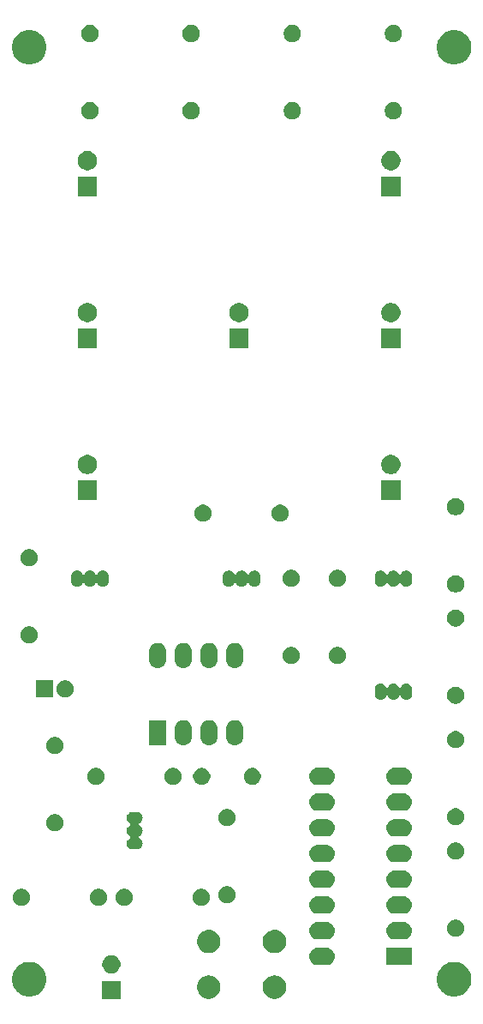
<source format=gbr>
%TF.GenerationSoftware,KiCad,Pcbnew,(5.1.2)-2*%
%TF.CreationDate,2020-05-27T12:26:41-04:00*%
%TF.ProjectId,LED Dice Kit 001a,4c454420-4469-4636-9520-4b6974203030,rev?*%
%TF.SameCoordinates,Original*%
%TF.FileFunction,Soldermask,Top*%
%TF.FilePolarity,Negative*%
%FSLAX46Y46*%
G04 Gerber Fmt 4.6, Leading zero omitted, Abs format (unit mm)*
G04 Created by KiCad (PCBNEW (5.1.2)-2) date 2020-05-27 12:26:41*
%MOMM*%
%LPD*%
G04 APERTURE LIST*
%ADD10C,0.100000*%
G04 APERTURE END LIST*
D10*
G36*
X88023000Y-147967000D02*
G01*
X86221000Y-147967000D01*
X86221000Y-146165000D01*
X88023000Y-146165000D01*
X88023000Y-147967000D01*
X88023000Y-147967000D01*
G37*
G36*
X103474549Y-145647116D02*
G01*
X103585734Y-145669232D01*
X103795203Y-145755997D01*
X103983720Y-145881960D01*
X104144040Y-146042280D01*
X104270003Y-146230797D01*
X104356768Y-146440266D01*
X104401000Y-146662636D01*
X104401000Y-146889364D01*
X104356768Y-147111734D01*
X104270003Y-147321203D01*
X104144040Y-147509720D01*
X103983720Y-147670040D01*
X103795203Y-147796003D01*
X103585734Y-147882768D01*
X103474549Y-147904884D01*
X103363365Y-147927000D01*
X103136635Y-147927000D01*
X103025451Y-147904884D01*
X102914266Y-147882768D01*
X102704797Y-147796003D01*
X102516280Y-147670040D01*
X102355960Y-147509720D01*
X102229997Y-147321203D01*
X102143232Y-147111734D01*
X102099000Y-146889364D01*
X102099000Y-146662636D01*
X102143232Y-146440266D01*
X102229997Y-146230797D01*
X102355960Y-146042280D01*
X102516280Y-145881960D01*
X102704797Y-145755997D01*
X102914266Y-145669232D01*
X103025451Y-145647116D01*
X103136635Y-145625000D01*
X103363365Y-145625000D01*
X103474549Y-145647116D01*
X103474549Y-145647116D01*
G37*
G36*
X96974549Y-145647116D02*
G01*
X97085734Y-145669232D01*
X97295203Y-145755997D01*
X97483720Y-145881960D01*
X97644040Y-146042280D01*
X97770003Y-146230797D01*
X97856768Y-146440266D01*
X97901000Y-146662636D01*
X97901000Y-146889364D01*
X97856768Y-147111734D01*
X97770003Y-147321203D01*
X97644040Y-147509720D01*
X97483720Y-147670040D01*
X97295203Y-147796003D01*
X97085734Y-147882768D01*
X96974549Y-147904884D01*
X96863365Y-147927000D01*
X96636635Y-147927000D01*
X96525451Y-147904884D01*
X96414266Y-147882768D01*
X96204797Y-147796003D01*
X96016280Y-147670040D01*
X95855960Y-147509720D01*
X95729997Y-147321203D01*
X95643232Y-147111734D01*
X95599000Y-146889364D01*
X95599000Y-146662636D01*
X95643232Y-146440266D01*
X95729997Y-146230797D01*
X95855960Y-146042280D01*
X96016280Y-145881960D01*
X96204797Y-145755997D01*
X96414266Y-145669232D01*
X96525451Y-145647116D01*
X96636635Y-145625000D01*
X96863365Y-145625000D01*
X96974549Y-145647116D01*
X96974549Y-145647116D01*
G37*
G36*
X121496162Y-144364368D02*
G01*
X121805724Y-144492593D01*
X121805725Y-144492594D01*
X122084324Y-144678747D01*
X122321253Y-144915676D01*
X122444650Y-145100353D01*
X122507407Y-145194276D01*
X122635632Y-145503838D01*
X122701000Y-145832465D01*
X122701000Y-146167535D01*
X122635632Y-146496162D01*
X122507407Y-146805724D01*
X122451520Y-146889365D01*
X122321253Y-147084324D01*
X122084324Y-147321253D01*
X121898170Y-147445637D01*
X121805724Y-147507407D01*
X121496162Y-147635632D01*
X121167535Y-147701000D01*
X120832465Y-147701000D01*
X120503838Y-147635632D01*
X120194276Y-147507407D01*
X120101830Y-147445637D01*
X119915676Y-147321253D01*
X119678747Y-147084324D01*
X119548480Y-146889365D01*
X119492593Y-146805724D01*
X119364368Y-146496162D01*
X119299000Y-146167535D01*
X119299000Y-145832465D01*
X119364368Y-145503838D01*
X119492593Y-145194276D01*
X119555350Y-145100353D01*
X119678747Y-144915676D01*
X119915676Y-144678747D01*
X120194275Y-144492594D01*
X120194276Y-144492593D01*
X120503838Y-144364368D01*
X120832465Y-144299000D01*
X121167535Y-144299000D01*
X121496162Y-144364368D01*
X121496162Y-144364368D01*
G37*
G36*
X79496162Y-144364368D02*
G01*
X79805724Y-144492593D01*
X79805725Y-144492594D01*
X80084324Y-144678747D01*
X80321253Y-144915676D01*
X80444650Y-145100353D01*
X80507407Y-145194276D01*
X80635632Y-145503838D01*
X80701000Y-145832465D01*
X80701000Y-146167535D01*
X80635632Y-146496162D01*
X80507407Y-146805724D01*
X80451520Y-146889365D01*
X80321253Y-147084324D01*
X80084324Y-147321253D01*
X79898170Y-147445637D01*
X79805724Y-147507407D01*
X79496162Y-147635632D01*
X79167535Y-147701000D01*
X78832465Y-147701000D01*
X78503838Y-147635632D01*
X78194276Y-147507407D01*
X78101830Y-147445637D01*
X77915676Y-147321253D01*
X77678747Y-147084324D01*
X77548480Y-146889365D01*
X77492593Y-146805724D01*
X77364368Y-146496162D01*
X77299000Y-146167535D01*
X77299000Y-145832465D01*
X77364368Y-145503838D01*
X77492593Y-145194276D01*
X77555350Y-145100353D01*
X77678747Y-144915676D01*
X77915676Y-144678747D01*
X78194275Y-144492594D01*
X78194276Y-144492593D01*
X78503838Y-144364368D01*
X78832465Y-144299000D01*
X79167535Y-144299000D01*
X79496162Y-144364368D01*
X79496162Y-144364368D01*
G37*
G36*
X87235512Y-143629927D02*
G01*
X87384812Y-143659624D01*
X87548784Y-143727544D01*
X87696354Y-143826147D01*
X87821853Y-143951646D01*
X87920456Y-144099216D01*
X87988376Y-144263188D01*
X88009355Y-144368659D01*
X88023000Y-144437258D01*
X88023000Y-144614742D01*
X88018073Y-144639512D01*
X87988376Y-144788812D01*
X87920456Y-144952784D01*
X87821853Y-145100354D01*
X87696354Y-145225853D01*
X87548784Y-145324456D01*
X87384812Y-145392376D01*
X87235512Y-145422073D01*
X87210742Y-145427000D01*
X87033258Y-145427000D01*
X87008488Y-145422073D01*
X86859188Y-145392376D01*
X86695216Y-145324456D01*
X86547646Y-145225853D01*
X86422147Y-145100354D01*
X86323544Y-144952784D01*
X86255624Y-144788812D01*
X86225927Y-144639512D01*
X86221000Y-144614742D01*
X86221000Y-144437258D01*
X86234645Y-144368659D01*
X86255624Y-144263188D01*
X86323544Y-144099216D01*
X86422147Y-143951646D01*
X86547646Y-143826147D01*
X86695216Y-143727544D01*
X86859188Y-143659624D01*
X87008488Y-143629927D01*
X87033258Y-143625000D01*
X87210742Y-143625000D01*
X87235512Y-143629927D01*
X87235512Y-143629927D01*
G37*
G36*
X108516823Y-142925313D02*
G01*
X108677242Y-142973976D01*
X108744112Y-143009719D01*
X108825078Y-143052996D01*
X108954659Y-143159341D01*
X109061004Y-143288922D01*
X109061005Y-143288924D01*
X109140024Y-143436758D01*
X109188687Y-143597177D01*
X109205117Y-143764000D01*
X109188687Y-143930823D01*
X109140024Y-144091242D01*
X109069114Y-144223906D01*
X109061004Y-144239078D01*
X108954659Y-144368659D01*
X108825078Y-144475004D01*
X108825076Y-144475005D01*
X108677242Y-144554024D01*
X108516823Y-144602687D01*
X108391804Y-144615000D01*
X107508196Y-144615000D01*
X107383177Y-144602687D01*
X107222758Y-144554024D01*
X107074924Y-144475005D01*
X107074922Y-144475004D01*
X106945341Y-144368659D01*
X106838996Y-144239078D01*
X106830886Y-144223906D01*
X106759976Y-144091242D01*
X106711313Y-143930823D01*
X106694883Y-143764000D01*
X106711313Y-143597177D01*
X106759976Y-143436758D01*
X106838995Y-143288924D01*
X106838996Y-143288922D01*
X106945341Y-143159341D01*
X107074922Y-143052996D01*
X107155888Y-143009719D01*
X107222758Y-142973976D01*
X107383177Y-142925313D01*
X107508196Y-142913000D01*
X108391804Y-142913000D01*
X108516823Y-142925313D01*
X108516823Y-142925313D01*
G37*
G36*
X116821000Y-144615000D02*
G01*
X114319000Y-144615000D01*
X114319000Y-142913000D01*
X116821000Y-142913000D01*
X116821000Y-144615000D01*
X116821000Y-144615000D01*
G37*
G36*
X96974549Y-141147116D02*
G01*
X97085734Y-141169232D01*
X97295203Y-141255997D01*
X97483720Y-141381960D01*
X97644040Y-141542280D01*
X97770003Y-141730797D01*
X97856768Y-141940266D01*
X97901000Y-142162636D01*
X97901000Y-142389364D01*
X97856768Y-142611734D01*
X97770003Y-142821203D01*
X97644040Y-143009720D01*
X97483720Y-143170040D01*
X97295203Y-143296003D01*
X97085734Y-143382768D01*
X96974549Y-143404884D01*
X96863365Y-143427000D01*
X96636635Y-143427000D01*
X96525451Y-143404884D01*
X96414266Y-143382768D01*
X96204797Y-143296003D01*
X96016280Y-143170040D01*
X95855960Y-143009720D01*
X95729997Y-142821203D01*
X95643232Y-142611734D01*
X95599000Y-142389364D01*
X95599000Y-142162636D01*
X95643232Y-141940266D01*
X95729997Y-141730797D01*
X95855960Y-141542280D01*
X96016280Y-141381960D01*
X96204797Y-141255997D01*
X96414266Y-141169232D01*
X96525451Y-141147116D01*
X96636635Y-141125000D01*
X96863365Y-141125000D01*
X96974549Y-141147116D01*
X96974549Y-141147116D01*
G37*
G36*
X103474549Y-141147116D02*
G01*
X103585734Y-141169232D01*
X103795203Y-141255997D01*
X103983720Y-141381960D01*
X104144040Y-141542280D01*
X104270003Y-141730797D01*
X104356768Y-141940266D01*
X104401000Y-142162636D01*
X104401000Y-142389364D01*
X104356768Y-142611734D01*
X104270003Y-142821203D01*
X104144040Y-143009720D01*
X103983720Y-143170040D01*
X103795203Y-143296003D01*
X103585734Y-143382768D01*
X103474549Y-143404884D01*
X103363365Y-143427000D01*
X103136635Y-143427000D01*
X103025451Y-143404884D01*
X102914266Y-143382768D01*
X102704797Y-143296003D01*
X102516280Y-143170040D01*
X102355960Y-143009720D01*
X102229997Y-142821203D01*
X102143232Y-142611734D01*
X102099000Y-142389364D01*
X102099000Y-142162636D01*
X102143232Y-141940266D01*
X102229997Y-141730797D01*
X102355960Y-141542280D01*
X102516280Y-141381960D01*
X102704797Y-141255997D01*
X102914266Y-141169232D01*
X103025451Y-141147116D01*
X103136635Y-141125000D01*
X103363365Y-141125000D01*
X103474549Y-141147116D01*
X103474549Y-141147116D01*
G37*
G36*
X108516823Y-140385313D02*
G01*
X108677242Y-140433976D01*
X108809906Y-140504886D01*
X108825078Y-140512996D01*
X108954659Y-140619341D01*
X109061004Y-140748922D01*
X109061005Y-140748924D01*
X109140024Y-140896758D01*
X109188687Y-141057177D01*
X109205117Y-141224000D01*
X109188687Y-141390823D01*
X109140024Y-141551242D01*
X109097384Y-141631015D01*
X109061004Y-141699078D01*
X108954659Y-141828659D01*
X108825078Y-141935004D01*
X108825076Y-141935005D01*
X108677242Y-142014024D01*
X108516823Y-142062687D01*
X108391804Y-142075000D01*
X107508196Y-142075000D01*
X107383177Y-142062687D01*
X107222758Y-142014024D01*
X107074924Y-141935005D01*
X107074922Y-141935004D01*
X106945341Y-141828659D01*
X106838996Y-141699078D01*
X106802616Y-141631015D01*
X106759976Y-141551242D01*
X106711313Y-141390823D01*
X106694883Y-141224000D01*
X106711313Y-141057177D01*
X106759976Y-140896758D01*
X106838995Y-140748924D01*
X106838996Y-140748922D01*
X106945341Y-140619341D01*
X107074922Y-140512996D01*
X107090094Y-140504886D01*
X107222758Y-140433976D01*
X107383177Y-140385313D01*
X107508196Y-140373000D01*
X108391804Y-140373000D01*
X108516823Y-140385313D01*
X108516823Y-140385313D01*
G37*
G36*
X116136823Y-140385313D02*
G01*
X116297242Y-140433976D01*
X116429906Y-140504886D01*
X116445078Y-140512996D01*
X116574659Y-140619341D01*
X116681004Y-140748922D01*
X116681005Y-140748924D01*
X116760024Y-140896758D01*
X116808687Y-141057177D01*
X116825117Y-141224000D01*
X116808687Y-141390823D01*
X116760024Y-141551242D01*
X116717384Y-141631015D01*
X116681004Y-141699078D01*
X116574659Y-141828659D01*
X116445078Y-141935004D01*
X116445076Y-141935005D01*
X116297242Y-142014024D01*
X116136823Y-142062687D01*
X116011804Y-142075000D01*
X115128196Y-142075000D01*
X115003177Y-142062687D01*
X114842758Y-142014024D01*
X114694924Y-141935005D01*
X114694922Y-141935004D01*
X114565341Y-141828659D01*
X114458996Y-141699078D01*
X114422616Y-141631015D01*
X114379976Y-141551242D01*
X114331313Y-141390823D01*
X114314883Y-141224000D01*
X114331313Y-141057177D01*
X114379976Y-140896758D01*
X114458995Y-140748924D01*
X114458996Y-140748922D01*
X114565341Y-140619341D01*
X114694922Y-140512996D01*
X114710094Y-140504886D01*
X114842758Y-140433976D01*
X115003177Y-140385313D01*
X115128196Y-140373000D01*
X116011804Y-140373000D01*
X116136823Y-140385313D01*
X116136823Y-140385313D01*
G37*
G36*
X121406228Y-140151703D02*
G01*
X121561100Y-140215853D01*
X121700481Y-140308985D01*
X121819015Y-140427519D01*
X121912147Y-140566900D01*
X121976297Y-140721772D01*
X122009000Y-140886184D01*
X122009000Y-141053816D01*
X121976297Y-141218228D01*
X121912147Y-141373100D01*
X121819015Y-141512481D01*
X121700481Y-141631015D01*
X121561100Y-141724147D01*
X121406228Y-141788297D01*
X121241816Y-141821000D01*
X121074184Y-141821000D01*
X120909772Y-141788297D01*
X120754900Y-141724147D01*
X120615519Y-141631015D01*
X120496985Y-141512481D01*
X120403853Y-141373100D01*
X120339703Y-141218228D01*
X120307000Y-141053816D01*
X120307000Y-140886184D01*
X120339703Y-140721772D01*
X120403853Y-140566900D01*
X120496985Y-140427519D01*
X120615519Y-140308985D01*
X120754900Y-140215853D01*
X120909772Y-140151703D01*
X121074184Y-140119000D01*
X121241816Y-140119000D01*
X121406228Y-140151703D01*
X121406228Y-140151703D01*
G37*
G36*
X116136823Y-137845313D02*
G01*
X116297242Y-137893976D01*
X116338874Y-137916229D01*
X116445078Y-137972996D01*
X116574659Y-138079341D01*
X116681004Y-138208922D01*
X116681005Y-138208924D01*
X116760024Y-138356758D01*
X116808687Y-138517177D01*
X116825117Y-138684000D01*
X116808687Y-138850823D01*
X116760024Y-139011242D01*
X116689114Y-139143906D01*
X116681004Y-139159078D01*
X116574659Y-139288659D01*
X116445078Y-139395004D01*
X116445076Y-139395005D01*
X116297242Y-139474024D01*
X116136823Y-139522687D01*
X116011804Y-139535000D01*
X115128196Y-139535000D01*
X115003177Y-139522687D01*
X114842758Y-139474024D01*
X114694924Y-139395005D01*
X114694922Y-139395004D01*
X114565341Y-139288659D01*
X114458996Y-139159078D01*
X114450886Y-139143906D01*
X114379976Y-139011242D01*
X114331313Y-138850823D01*
X114314883Y-138684000D01*
X114331313Y-138517177D01*
X114379976Y-138356758D01*
X114458995Y-138208924D01*
X114458996Y-138208922D01*
X114565341Y-138079341D01*
X114694922Y-137972996D01*
X114801126Y-137916229D01*
X114842758Y-137893976D01*
X115003177Y-137845313D01*
X115128196Y-137833000D01*
X116011804Y-137833000D01*
X116136823Y-137845313D01*
X116136823Y-137845313D01*
G37*
G36*
X108516823Y-137845313D02*
G01*
X108677242Y-137893976D01*
X108718874Y-137916229D01*
X108825078Y-137972996D01*
X108954659Y-138079341D01*
X109061004Y-138208922D01*
X109061005Y-138208924D01*
X109140024Y-138356758D01*
X109188687Y-138517177D01*
X109205117Y-138684000D01*
X109188687Y-138850823D01*
X109140024Y-139011242D01*
X109069114Y-139143906D01*
X109061004Y-139159078D01*
X108954659Y-139288659D01*
X108825078Y-139395004D01*
X108825076Y-139395005D01*
X108677242Y-139474024D01*
X108516823Y-139522687D01*
X108391804Y-139535000D01*
X107508196Y-139535000D01*
X107383177Y-139522687D01*
X107222758Y-139474024D01*
X107074924Y-139395005D01*
X107074922Y-139395004D01*
X106945341Y-139288659D01*
X106838996Y-139159078D01*
X106830886Y-139143906D01*
X106759976Y-139011242D01*
X106711313Y-138850823D01*
X106694883Y-138684000D01*
X106711313Y-138517177D01*
X106759976Y-138356758D01*
X106838995Y-138208924D01*
X106838996Y-138208922D01*
X106945341Y-138079341D01*
X107074922Y-137972996D01*
X107181126Y-137916229D01*
X107222758Y-137893976D01*
X107383177Y-137845313D01*
X107508196Y-137833000D01*
X108391804Y-137833000D01*
X108516823Y-137845313D01*
X108516823Y-137845313D01*
G37*
G36*
X78480228Y-137103703D02*
G01*
X78635100Y-137167853D01*
X78774481Y-137260985D01*
X78893015Y-137379519D01*
X78986147Y-137518900D01*
X79050297Y-137673772D01*
X79083000Y-137838184D01*
X79083000Y-138005816D01*
X79050297Y-138170228D01*
X78986147Y-138325100D01*
X78893015Y-138464481D01*
X78774481Y-138583015D01*
X78635100Y-138676147D01*
X78480228Y-138740297D01*
X78315816Y-138773000D01*
X78148184Y-138773000D01*
X77983772Y-138740297D01*
X77828900Y-138676147D01*
X77689519Y-138583015D01*
X77570985Y-138464481D01*
X77477853Y-138325100D01*
X77413703Y-138170228D01*
X77381000Y-138005816D01*
X77381000Y-137838184D01*
X77413703Y-137673772D01*
X77477853Y-137518900D01*
X77570985Y-137379519D01*
X77689519Y-137260985D01*
X77828900Y-137167853D01*
X77983772Y-137103703D01*
X78148184Y-137071000D01*
X78315816Y-137071000D01*
X78480228Y-137103703D01*
X78480228Y-137103703D01*
G37*
G36*
X88640228Y-137103703D02*
G01*
X88795100Y-137167853D01*
X88934481Y-137260985D01*
X89053015Y-137379519D01*
X89146147Y-137518900D01*
X89210297Y-137673772D01*
X89243000Y-137838184D01*
X89243000Y-138005816D01*
X89210297Y-138170228D01*
X89146147Y-138325100D01*
X89053015Y-138464481D01*
X88934481Y-138583015D01*
X88795100Y-138676147D01*
X88640228Y-138740297D01*
X88475816Y-138773000D01*
X88308184Y-138773000D01*
X88143772Y-138740297D01*
X87988900Y-138676147D01*
X87849519Y-138583015D01*
X87730985Y-138464481D01*
X87637853Y-138325100D01*
X87573703Y-138170228D01*
X87541000Y-138005816D01*
X87541000Y-137838184D01*
X87573703Y-137673772D01*
X87637853Y-137518900D01*
X87730985Y-137379519D01*
X87849519Y-137260985D01*
X87988900Y-137167853D01*
X88143772Y-137103703D01*
X88308184Y-137071000D01*
X88475816Y-137071000D01*
X88640228Y-137103703D01*
X88640228Y-137103703D01*
G37*
G36*
X96260228Y-137103703D02*
G01*
X96415100Y-137167853D01*
X96554481Y-137260985D01*
X96673015Y-137379519D01*
X96766147Y-137518900D01*
X96830297Y-137673772D01*
X96863000Y-137838184D01*
X96863000Y-138005816D01*
X96830297Y-138170228D01*
X96766147Y-138325100D01*
X96673015Y-138464481D01*
X96554481Y-138583015D01*
X96415100Y-138676147D01*
X96260228Y-138740297D01*
X96095816Y-138773000D01*
X95928184Y-138773000D01*
X95763772Y-138740297D01*
X95608900Y-138676147D01*
X95469519Y-138583015D01*
X95350985Y-138464481D01*
X95257853Y-138325100D01*
X95193703Y-138170228D01*
X95161000Y-138005816D01*
X95161000Y-137838184D01*
X95193703Y-137673772D01*
X95257853Y-137518900D01*
X95350985Y-137379519D01*
X95469519Y-137260985D01*
X95608900Y-137167853D01*
X95763772Y-137103703D01*
X95928184Y-137071000D01*
X96095816Y-137071000D01*
X96260228Y-137103703D01*
X96260228Y-137103703D01*
G37*
G36*
X86100228Y-137103703D02*
G01*
X86255100Y-137167853D01*
X86394481Y-137260985D01*
X86513015Y-137379519D01*
X86606147Y-137518900D01*
X86670297Y-137673772D01*
X86703000Y-137838184D01*
X86703000Y-138005816D01*
X86670297Y-138170228D01*
X86606147Y-138325100D01*
X86513015Y-138464481D01*
X86394481Y-138583015D01*
X86255100Y-138676147D01*
X86100228Y-138740297D01*
X85935816Y-138773000D01*
X85768184Y-138773000D01*
X85603772Y-138740297D01*
X85448900Y-138676147D01*
X85309519Y-138583015D01*
X85190985Y-138464481D01*
X85097853Y-138325100D01*
X85033703Y-138170228D01*
X85001000Y-138005816D01*
X85001000Y-137838184D01*
X85033703Y-137673772D01*
X85097853Y-137518900D01*
X85190985Y-137379519D01*
X85309519Y-137260985D01*
X85448900Y-137167853D01*
X85603772Y-137103703D01*
X85768184Y-137071000D01*
X85935816Y-137071000D01*
X86100228Y-137103703D01*
X86100228Y-137103703D01*
G37*
G36*
X98800228Y-136849703D02*
G01*
X98955100Y-136913853D01*
X99094481Y-137006985D01*
X99213015Y-137125519D01*
X99306147Y-137264900D01*
X99370297Y-137419772D01*
X99403000Y-137584184D01*
X99403000Y-137751816D01*
X99370297Y-137916228D01*
X99306147Y-138071100D01*
X99213015Y-138210481D01*
X99094481Y-138329015D01*
X98955100Y-138422147D01*
X98800228Y-138486297D01*
X98635816Y-138519000D01*
X98468184Y-138519000D01*
X98303772Y-138486297D01*
X98148900Y-138422147D01*
X98009519Y-138329015D01*
X97890985Y-138210481D01*
X97797853Y-138071100D01*
X97733703Y-137916228D01*
X97701000Y-137751816D01*
X97701000Y-137584184D01*
X97733703Y-137419772D01*
X97797853Y-137264900D01*
X97890985Y-137125519D01*
X98009519Y-137006985D01*
X98148900Y-136913853D01*
X98303772Y-136849703D01*
X98468184Y-136817000D01*
X98635816Y-136817000D01*
X98800228Y-136849703D01*
X98800228Y-136849703D01*
G37*
G36*
X108516823Y-135305313D02*
G01*
X108677242Y-135353976D01*
X108809906Y-135424886D01*
X108825078Y-135432996D01*
X108954659Y-135539341D01*
X109061004Y-135668922D01*
X109061005Y-135668924D01*
X109140024Y-135816758D01*
X109188687Y-135977177D01*
X109205117Y-136144000D01*
X109188687Y-136310823D01*
X109140024Y-136471242D01*
X109069114Y-136603906D01*
X109061004Y-136619078D01*
X108954659Y-136748659D01*
X108825078Y-136855004D01*
X108825076Y-136855005D01*
X108677242Y-136934024D01*
X108516823Y-136982687D01*
X108391804Y-136995000D01*
X107508196Y-136995000D01*
X107383177Y-136982687D01*
X107222758Y-136934024D01*
X107074924Y-136855005D01*
X107074922Y-136855004D01*
X106945341Y-136748659D01*
X106838996Y-136619078D01*
X106830886Y-136603906D01*
X106759976Y-136471242D01*
X106711313Y-136310823D01*
X106694883Y-136144000D01*
X106711313Y-135977177D01*
X106759976Y-135816758D01*
X106838995Y-135668924D01*
X106838996Y-135668922D01*
X106945341Y-135539341D01*
X107074922Y-135432996D01*
X107090094Y-135424886D01*
X107222758Y-135353976D01*
X107383177Y-135305313D01*
X107508196Y-135293000D01*
X108391804Y-135293000D01*
X108516823Y-135305313D01*
X108516823Y-135305313D01*
G37*
G36*
X116136823Y-135305313D02*
G01*
X116297242Y-135353976D01*
X116429906Y-135424886D01*
X116445078Y-135432996D01*
X116574659Y-135539341D01*
X116681004Y-135668922D01*
X116681005Y-135668924D01*
X116760024Y-135816758D01*
X116808687Y-135977177D01*
X116825117Y-136144000D01*
X116808687Y-136310823D01*
X116760024Y-136471242D01*
X116689114Y-136603906D01*
X116681004Y-136619078D01*
X116574659Y-136748659D01*
X116445078Y-136855004D01*
X116445076Y-136855005D01*
X116297242Y-136934024D01*
X116136823Y-136982687D01*
X116011804Y-136995000D01*
X115128196Y-136995000D01*
X115003177Y-136982687D01*
X114842758Y-136934024D01*
X114694924Y-136855005D01*
X114694922Y-136855004D01*
X114565341Y-136748659D01*
X114458996Y-136619078D01*
X114450886Y-136603906D01*
X114379976Y-136471242D01*
X114331313Y-136310823D01*
X114314883Y-136144000D01*
X114331313Y-135977177D01*
X114379976Y-135816758D01*
X114458995Y-135668924D01*
X114458996Y-135668922D01*
X114565341Y-135539341D01*
X114694922Y-135432996D01*
X114710094Y-135424886D01*
X114842758Y-135353976D01*
X115003177Y-135305313D01*
X115128196Y-135293000D01*
X116011804Y-135293000D01*
X116136823Y-135305313D01*
X116136823Y-135305313D01*
G37*
G36*
X116136823Y-132765313D02*
G01*
X116267380Y-132804917D01*
X116282461Y-132809492D01*
X116297242Y-132813976D01*
X116429906Y-132884886D01*
X116445078Y-132892996D01*
X116574659Y-132999341D01*
X116681004Y-133128922D01*
X116681005Y-133128924D01*
X116760024Y-133276758D01*
X116808687Y-133437177D01*
X116825117Y-133604000D01*
X116808687Y-133770823D01*
X116760024Y-133931242D01*
X116717384Y-134011015D01*
X116681004Y-134079078D01*
X116574659Y-134208659D01*
X116445078Y-134315004D01*
X116445076Y-134315005D01*
X116297242Y-134394024D01*
X116136823Y-134442687D01*
X116011804Y-134455000D01*
X115128196Y-134455000D01*
X115003177Y-134442687D01*
X114842758Y-134394024D01*
X114694924Y-134315005D01*
X114694922Y-134315004D01*
X114565341Y-134208659D01*
X114458996Y-134079078D01*
X114422616Y-134011015D01*
X114379976Y-133931242D01*
X114331313Y-133770823D01*
X114314883Y-133604000D01*
X114331313Y-133437177D01*
X114379976Y-133276758D01*
X114458995Y-133128924D01*
X114458996Y-133128922D01*
X114565341Y-132999341D01*
X114694922Y-132892996D01*
X114710094Y-132884886D01*
X114842758Y-132813976D01*
X114857540Y-132809492D01*
X114872620Y-132804917D01*
X115003177Y-132765313D01*
X115128196Y-132753000D01*
X116011804Y-132753000D01*
X116136823Y-132765313D01*
X116136823Y-132765313D01*
G37*
G36*
X108516823Y-132765313D02*
G01*
X108647380Y-132804917D01*
X108662461Y-132809492D01*
X108677242Y-132813976D01*
X108809906Y-132884886D01*
X108825078Y-132892996D01*
X108954659Y-132999341D01*
X109061004Y-133128922D01*
X109061005Y-133128924D01*
X109140024Y-133276758D01*
X109188687Y-133437177D01*
X109205117Y-133604000D01*
X109188687Y-133770823D01*
X109140024Y-133931242D01*
X109097384Y-134011015D01*
X109061004Y-134079078D01*
X108954659Y-134208659D01*
X108825078Y-134315004D01*
X108825076Y-134315005D01*
X108677242Y-134394024D01*
X108516823Y-134442687D01*
X108391804Y-134455000D01*
X107508196Y-134455000D01*
X107383177Y-134442687D01*
X107222758Y-134394024D01*
X107074924Y-134315005D01*
X107074922Y-134315004D01*
X106945341Y-134208659D01*
X106838996Y-134079078D01*
X106802616Y-134011015D01*
X106759976Y-133931242D01*
X106711313Y-133770823D01*
X106694883Y-133604000D01*
X106711313Y-133437177D01*
X106759976Y-133276758D01*
X106838995Y-133128924D01*
X106838996Y-133128922D01*
X106945341Y-132999341D01*
X107074922Y-132892996D01*
X107090094Y-132884886D01*
X107222758Y-132813976D01*
X107237540Y-132809492D01*
X107252620Y-132804917D01*
X107383177Y-132765313D01*
X107508196Y-132753000D01*
X108391804Y-132753000D01*
X108516823Y-132765313D01*
X108516823Y-132765313D01*
G37*
G36*
X121406228Y-132531703D02*
G01*
X121561100Y-132595853D01*
X121700481Y-132688985D01*
X121819015Y-132807519D01*
X121912147Y-132946900D01*
X121976297Y-133101772D01*
X122009000Y-133266184D01*
X122009000Y-133433816D01*
X121976297Y-133598228D01*
X121912147Y-133753100D01*
X121819015Y-133892481D01*
X121700481Y-134011015D01*
X121561100Y-134104147D01*
X121406228Y-134168297D01*
X121241816Y-134201000D01*
X121074184Y-134201000D01*
X120909772Y-134168297D01*
X120754900Y-134104147D01*
X120615519Y-134011015D01*
X120496985Y-133892481D01*
X120403853Y-133753100D01*
X120339703Y-133598228D01*
X120307000Y-133433816D01*
X120307000Y-133266184D01*
X120339703Y-133101772D01*
X120403853Y-132946900D01*
X120496985Y-132807519D01*
X120615519Y-132688985D01*
X120754900Y-132595853D01*
X120909772Y-132531703D01*
X121074184Y-132499000D01*
X121241816Y-132499000D01*
X121406228Y-132531703D01*
X121406228Y-132531703D01*
G37*
G36*
X89745916Y-129480334D02*
G01*
X89854492Y-129513271D01*
X89854495Y-129513272D01*
X89890601Y-129532571D01*
X89954557Y-129566756D01*
X90042264Y-129638736D01*
X90114244Y-129726443D01*
X90148429Y-129790399D01*
X90167728Y-129826505D01*
X90167729Y-129826508D01*
X90200666Y-129935084D01*
X90211787Y-130048000D01*
X90200666Y-130160916D01*
X90167729Y-130269492D01*
X90167728Y-130269495D01*
X90153439Y-130296228D01*
X90114244Y-130369557D01*
X90042264Y-130457264D01*
X89954557Y-130529244D01*
X89873141Y-130572761D01*
X89852766Y-130586375D01*
X89835439Y-130603702D01*
X89821826Y-130624076D01*
X89812448Y-130646715D01*
X89807668Y-130670748D01*
X89807668Y-130695252D01*
X89812448Y-130719285D01*
X89821826Y-130741924D01*
X89835440Y-130762299D01*
X89852767Y-130779626D01*
X89873141Y-130793239D01*
X89954557Y-130836756D01*
X90042264Y-130908736D01*
X90114244Y-130996443D01*
X90148429Y-131060399D01*
X90167728Y-131096505D01*
X90167729Y-131096508D01*
X90200666Y-131205084D01*
X90211787Y-131318000D01*
X90200666Y-131430916D01*
X90167729Y-131539492D01*
X90167728Y-131539495D01*
X90148429Y-131575601D01*
X90114244Y-131639557D01*
X90042264Y-131727264D01*
X89954557Y-131799244D01*
X89873141Y-131842761D01*
X89852766Y-131856375D01*
X89835439Y-131873702D01*
X89821826Y-131894076D01*
X89812448Y-131916715D01*
X89807668Y-131940748D01*
X89807668Y-131965252D01*
X89812448Y-131989285D01*
X89821826Y-132011924D01*
X89835440Y-132032299D01*
X89852767Y-132049626D01*
X89873141Y-132063239D01*
X89954557Y-132106756D01*
X90042264Y-132178736D01*
X90114244Y-132266443D01*
X90148429Y-132330399D01*
X90167728Y-132366505D01*
X90167729Y-132366508D01*
X90200666Y-132475084D01*
X90211787Y-132588000D01*
X90200666Y-132700916D01*
X90168327Y-132807520D01*
X90167728Y-132809495D01*
X90148429Y-132845601D01*
X90114244Y-132909557D01*
X90042264Y-132997264D01*
X89954557Y-133069244D01*
X89893702Y-133101771D01*
X89854495Y-133122728D01*
X89854492Y-133122729D01*
X89745916Y-133155666D01*
X89661298Y-133164000D01*
X89154702Y-133164000D01*
X89070084Y-133155666D01*
X88961508Y-133122729D01*
X88961505Y-133122728D01*
X88922298Y-133101771D01*
X88861443Y-133069244D01*
X88773736Y-132997264D01*
X88701756Y-132909557D01*
X88667571Y-132845601D01*
X88648272Y-132809495D01*
X88647673Y-132807520D01*
X88615334Y-132700916D01*
X88604213Y-132588000D01*
X88615334Y-132475084D01*
X88648271Y-132366508D01*
X88648272Y-132366505D01*
X88667571Y-132330399D01*
X88701756Y-132266443D01*
X88773736Y-132178736D01*
X88861443Y-132106756D01*
X88942859Y-132063239D01*
X88963234Y-132049625D01*
X88980561Y-132032298D01*
X88994174Y-132011924D01*
X89003552Y-131989285D01*
X89008332Y-131965252D01*
X89008332Y-131940748D01*
X89003552Y-131916715D01*
X88994174Y-131894076D01*
X88980560Y-131873701D01*
X88963233Y-131856374D01*
X88942859Y-131842761D01*
X88861443Y-131799244D01*
X88773736Y-131727264D01*
X88701756Y-131639557D01*
X88667571Y-131575601D01*
X88648272Y-131539495D01*
X88648271Y-131539492D01*
X88615334Y-131430916D01*
X88604213Y-131318000D01*
X88615334Y-131205084D01*
X88648271Y-131096508D01*
X88648272Y-131096505D01*
X88667571Y-131060399D01*
X88701756Y-130996443D01*
X88773736Y-130908736D01*
X88861443Y-130836756D01*
X88942859Y-130793239D01*
X88963234Y-130779625D01*
X88980561Y-130762298D01*
X88994174Y-130741924D01*
X89003552Y-130719285D01*
X89008332Y-130695252D01*
X89008332Y-130670748D01*
X89003552Y-130646715D01*
X88994174Y-130624076D01*
X88980560Y-130603701D01*
X88963233Y-130586374D01*
X88942859Y-130572761D01*
X88861443Y-130529244D01*
X88773736Y-130457264D01*
X88701756Y-130369557D01*
X88662561Y-130296228D01*
X88648272Y-130269495D01*
X88648271Y-130269492D01*
X88615334Y-130160916D01*
X88604213Y-130048000D01*
X88615334Y-129935084D01*
X88648271Y-129826508D01*
X88648272Y-129826505D01*
X88667571Y-129790399D01*
X88701756Y-129726443D01*
X88773736Y-129638736D01*
X88861443Y-129566756D01*
X88925399Y-129532571D01*
X88961505Y-129513272D01*
X88961508Y-129513271D01*
X89070084Y-129480334D01*
X89154702Y-129472000D01*
X89661298Y-129472000D01*
X89745916Y-129480334D01*
X89745916Y-129480334D01*
G37*
G36*
X116136823Y-130225313D02*
G01*
X116267380Y-130264917D01*
X116282461Y-130269492D01*
X116297242Y-130273976D01*
X116429906Y-130344886D01*
X116445078Y-130352996D01*
X116574659Y-130459341D01*
X116681004Y-130588922D01*
X116681005Y-130588924D01*
X116760024Y-130736758D01*
X116808687Y-130897177D01*
X116825117Y-131064000D01*
X116808687Y-131230823D01*
X116760024Y-131391242D01*
X116689114Y-131523906D01*
X116681004Y-131539078D01*
X116574659Y-131668659D01*
X116445078Y-131775004D01*
X116445076Y-131775005D01*
X116297242Y-131854024D01*
X116136823Y-131902687D01*
X116011804Y-131915000D01*
X115128196Y-131915000D01*
X115003177Y-131902687D01*
X114842758Y-131854024D01*
X114694924Y-131775005D01*
X114694922Y-131775004D01*
X114565341Y-131668659D01*
X114458996Y-131539078D01*
X114450886Y-131523906D01*
X114379976Y-131391242D01*
X114331313Y-131230823D01*
X114314883Y-131064000D01*
X114331313Y-130897177D01*
X114379976Y-130736758D01*
X114458995Y-130588924D01*
X114458996Y-130588922D01*
X114565341Y-130459341D01*
X114694922Y-130352996D01*
X114710094Y-130344886D01*
X114842758Y-130273976D01*
X114857540Y-130269492D01*
X114872620Y-130264917D01*
X115003177Y-130225313D01*
X115128196Y-130213000D01*
X116011804Y-130213000D01*
X116136823Y-130225313D01*
X116136823Y-130225313D01*
G37*
G36*
X108516823Y-130225313D02*
G01*
X108647380Y-130264917D01*
X108662461Y-130269492D01*
X108677242Y-130273976D01*
X108809906Y-130344886D01*
X108825078Y-130352996D01*
X108954659Y-130459341D01*
X109061004Y-130588922D01*
X109061005Y-130588924D01*
X109140024Y-130736758D01*
X109188687Y-130897177D01*
X109205117Y-131064000D01*
X109188687Y-131230823D01*
X109140024Y-131391242D01*
X109069114Y-131523906D01*
X109061004Y-131539078D01*
X108954659Y-131668659D01*
X108825078Y-131775004D01*
X108825076Y-131775005D01*
X108677242Y-131854024D01*
X108516823Y-131902687D01*
X108391804Y-131915000D01*
X107508196Y-131915000D01*
X107383177Y-131902687D01*
X107222758Y-131854024D01*
X107074924Y-131775005D01*
X107074922Y-131775004D01*
X106945341Y-131668659D01*
X106838996Y-131539078D01*
X106830886Y-131523906D01*
X106759976Y-131391242D01*
X106711313Y-131230823D01*
X106694883Y-131064000D01*
X106711313Y-130897177D01*
X106759976Y-130736758D01*
X106838995Y-130588924D01*
X106838996Y-130588922D01*
X106945341Y-130459341D01*
X107074922Y-130352996D01*
X107090094Y-130344886D01*
X107222758Y-130273976D01*
X107237540Y-130269492D01*
X107252620Y-130264917D01*
X107383177Y-130225313D01*
X107508196Y-130213000D01*
X108391804Y-130213000D01*
X108516823Y-130225313D01*
X108516823Y-130225313D01*
G37*
G36*
X81782228Y-129737703D02*
G01*
X81937100Y-129801853D01*
X82076481Y-129894985D01*
X82195015Y-130013519D01*
X82288147Y-130152900D01*
X82352297Y-130307772D01*
X82385000Y-130472184D01*
X82385000Y-130639816D01*
X82352297Y-130804228D01*
X82288147Y-130959100D01*
X82195015Y-131098481D01*
X82076481Y-131217015D01*
X81937100Y-131310147D01*
X81782228Y-131374297D01*
X81617816Y-131407000D01*
X81450184Y-131407000D01*
X81285772Y-131374297D01*
X81130900Y-131310147D01*
X80991519Y-131217015D01*
X80872985Y-131098481D01*
X80779853Y-130959100D01*
X80715703Y-130804228D01*
X80683000Y-130639816D01*
X80683000Y-130472184D01*
X80715703Y-130307772D01*
X80779853Y-130152900D01*
X80872985Y-130013519D01*
X80991519Y-129894985D01*
X81130900Y-129801853D01*
X81285772Y-129737703D01*
X81450184Y-129705000D01*
X81617816Y-129705000D01*
X81782228Y-129737703D01*
X81782228Y-129737703D01*
G37*
G36*
X98800228Y-129229703D02*
G01*
X98955100Y-129293853D01*
X99094481Y-129386985D01*
X99213015Y-129505519D01*
X99306147Y-129644900D01*
X99370297Y-129799772D01*
X99403000Y-129964184D01*
X99403000Y-130131816D01*
X99370297Y-130296228D01*
X99306147Y-130451100D01*
X99213015Y-130590481D01*
X99094481Y-130709015D01*
X98955100Y-130802147D01*
X98800228Y-130866297D01*
X98635816Y-130899000D01*
X98468184Y-130899000D01*
X98303772Y-130866297D01*
X98148900Y-130802147D01*
X98009519Y-130709015D01*
X97890985Y-130590481D01*
X97797853Y-130451100D01*
X97733703Y-130296228D01*
X97701000Y-130131816D01*
X97701000Y-129964184D01*
X97733703Y-129799772D01*
X97797853Y-129644900D01*
X97890985Y-129505519D01*
X98009519Y-129386985D01*
X98148900Y-129293853D01*
X98303772Y-129229703D01*
X98468184Y-129197000D01*
X98635816Y-129197000D01*
X98800228Y-129229703D01*
X98800228Y-129229703D01*
G37*
G36*
X121406228Y-129151703D02*
G01*
X121561100Y-129215853D01*
X121700481Y-129308985D01*
X121819015Y-129427519D01*
X121912147Y-129566900D01*
X121976297Y-129721772D01*
X122009000Y-129886184D01*
X122009000Y-130053816D01*
X121976297Y-130218228D01*
X121912147Y-130373100D01*
X121819015Y-130512481D01*
X121700481Y-130631015D01*
X121561100Y-130724147D01*
X121406228Y-130788297D01*
X121241816Y-130821000D01*
X121074184Y-130821000D01*
X120909772Y-130788297D01*
X120754900Y-130724147D01*
X120615519Y-130631015D01*
X120496985Y-130512481D01*
X120403853Y-130373100D01*
X120339703Y-130218228D01*
X120307000Y-130053816D01*
X120307000Y-129886184D01*
X120339703Y-129721772D01*
X120403853Y-129566900D01*
X120496985Y-129427519D01*
X120615519Y-129308985D01*
X120754900Y-129215853D01*
X120909772Y-129151703D01*
X121074184Y-129119000D01*
X121241816Y-129119000D01*
X121406228Y-129151703D01*
X121406228Y-129151703D01*
G37*
G36*
X116136823Y-127685313D02*
G01*
X116297242Y-127733976D01*
X116429906Y-127804886D01*
X116445078Y-127812996D01*
X116574659Y-127919341D01*
X116681004Y-128048922D01*
X116681005Y-128048924D01*
X116760024Y-128196758D01*
X116808687Y-128357177D01*
X116825117Y-128524000D01*
X116808687Y-128690823D01*
X116760024Y-128851242D01*
X116689114Y-128983906D01*
X116681004Y-128999078D01*
X116574659Y-129128659D01*
X116445078Y-129235004D01*
X116445076Y-129235005D01*
X116297242Y-129314024D01*
X116136823Y-129362687D01*
X116011804Y-129375000D01*
X115128196Y-129375000D01*
X115003177Y-129362687D01*
X114842758Y-129314024D01*
X114694924Y-129235005D01*
X114694922Y-129235004D01*
X114565341Y-129128659D01*
X114458996Y-128999078D01*
X114450886Y-128983906D01*
X114379976Y-128851242D01*
X114331313Y-128690823D01*
X114314883Y-128524000D01*
X114331313Y-128357177D01*
X114379976Y-128196758D01*
X114458995Y-128048924D01*
X114458996Y-128048922D01*
X114565341Y-127919341D01*
X114694922Y-127812996D01*
X114710094Y-127804886D01*
X114842758Y-127733976D01*
X115003177Y-127685313D01*
X115128196Y-127673000D01*
X116011804Y-127673000D01*
X116136823Y-127685313D01*
X116136823Y-127685313D01*
G37*
G36*
X108516823Y-127685313D02*
G01*
X108677242Y-127733976D01*
X108809906Y-127804886D01*
X108825078Y-127812996D01*
X108954659Y-127919341D01*
X109061004Y-128048922D01*
X109061005Y-128048924D01*
X109140024Y-128196758D01*
X109188687Y-128357177D01*
X109205117Y-128524000D01*
X109188687Y-128690823D01*
X109140024Y-128851242D01*
X109069114Y-128983906D01*
X109061004Y-128999078D01*
X108954659Y-129128659D01*
X108825078Y-129235004D01*
X108825076Y-129235005D01*
X108677242Y-129314024D01*
X108516823Y-129362687D01*
X108391804Y-129375000D01*
X107508196Y-129375000D01*
X107383177Y-129362687D01*
X107222758Y-129314024D01*
X107074924Y-129235005D01*
X107074922Y-129235004D01*
X106945341Y-129128659D01*
X106838996Y-128999078D01*
X106830886Y-128983906D01*
X106759976Y-128851242D01*
X106711313Y-128690823D01*
X106694883Y-128524000D01*
X106711313Y-128357177D01*
X106759976Y-128196758D01*
X106838995Y-128048924D01*
X106838996Y-128048922D01*
X106945341Y-127919341D01*
X107074922Y-127812996D01*
X107090094Y-127804886D01*
X107222758Y-127733976D01*
X107383177Y-127685313D01*
X107508196Y-127673000D01*
X108391804Y-127673000D01*
X108516823Y-127685313D01*
X108516823Y-127685313D01*
G37*
G36*
X93466228Y-125165703D02*
G01*
X93621100Y-125229853D01*
X93760481Y-125322985D01*
X93879015Y-125441519D01*
X93972147Y-125580900D01*
X94036297Y-125735772D01*
X94069000Y-125900184D01*
X94069000Y-126067816D01*
X94036297Y-126232228D01*
X93972147Y-126387100D01*
X93879015Y-126526481D01*
X93760481Y-126645015D01*
X93621100Y-126738147D01*
X93466228Y-126802297D01*
X93301816Y-126835000D01*
X93134184Y-126835000D01*
X92969772Y-126802297D01*
X92814900Y-126738147D01*
X92675519Y-126645015D01*
X92556985Y-126526481D01*
X92463853Y-126387100D01*
X92399703Y-126232228D01*
X92367000Y-126067816D01*
X92367000Y-125900184D01*
X92399703Y-125735772D01*
X92463853Y-125580900D01*
X92556985Y-125441519D01*
X92675519Y-125322985D01*
X92814900Y-125229853D01*
X92969772Y-125165703D01*
X93134184Y-125133000D01*
X93301816Y-125133000D01*
X93466228Y-125165703D01*
X93466228Y-125165703D01*
G37*
G36*
X116136823Y-125145313D02*
G01*
X116297242Y-125193976D01*
X116364361Y-125229852D01*
X116445078Y-125272996D01*
X116574659Y-125379341D01*
X116681004Y-125508922D01*
X116681005Y-125508924D01*
X116760024Y-125656758D01*
X116808687Y-125817177D01*
X116825117Y-125984000D01*
X116808687Y-126150823D01*
X116760024Y-126311242D01*
X116719477Y-126387100D01*
X116681004Y-126459078D01*
X116574659Y-126588659D01*
X116445078Y-126695004D01*
X116445076Y-126695005D01*
X116297242Y-126774024D01*
X116136823Y-126822687D01*
X116011804Y-126835000D01*
X115128196Y-126835000D01*
X115003177Y-126822687D01*
X114842758Y-126774024D01*
X114694924Y-126695005D01*
X114694922Y-126695004D01*
X114565341Y-126588659D01*
X114458996Y-126459078D01*
X114420523Y-126387100D01*
X114379976Y-126311242D01*
X114331313Y-126150823D01*
X114314883Y-125984000D01*
X114331313Y-125817177D01*
X114379976Y-125656758D01*
X114458995Y-125508924D01*
X114458996Y-125508922D01*
X114565341Y-125379341D01*
X114694922Y-125272996D01*
X114775639Y-125229852D01*
X114842758Y-125193976D01*
X115003177Y-125145313D01*
X115128196Y-125133000D01*
X116011804Y-125133000D01*
X116136823Y-125145313D01*
X116136823Y-125145313D01*
G37*
G36*
X101300228Y-125165703D02*
G01*
X101455100Y-125229853D01*
X101594481Y-125322985D01*
X101713015Y-125441519D01*
X101806147Y-125580900D01*
X101870297Y-125735772D01*
X101903000Y-125900184D01*
X101903000Y-126067816D01*
X101870297Y-126232228D01*
X101806147Y-126387100D01*
X101713015Y-126526481D01*
X101594481Y-126645015D01*
X101455100Y-126738147D01*
X101300228Y-126802297D01*
X101135816Y-126835000D01*
X100968184Y-126835000D01*
X100803772Y-126802297D01*
X100648900Y-126738147D01*
X100509519Y-126645015D01*
X100390985Y-126526481D01*
X100297853Y-126387100D01*
X100233703Y-126232228D01*
X100201000Y-126067816D01*
X100201000Y-125900184D01*
X100233703Y-125735772D01*
X100297853Y-125580900D01*
X100390985Y-125441519D01*
X100509519Y-125322985D01*
X100648900Y-125229853D01*
X100803772Y-125165703D01*
X100968184Y-125133000D01*
X101135816Y-125133000D01*
X101300228Y-125165703D01*
X101300228Y-125165703D01*
G37*
G36*
X96300228Y-125165703D02*
G01*
X96455100Y-125229853D01*
X96594481Y-125322985D01*
X96713015Y-125441519D01*
X96806147Y-125580900D01*
X96870297Y-125735772D01*
X96903000Y-125900184D01*
X96903000Y-126067816D01*
X96870297Y-126232228D01*
X96806147Y-126387100D01*
X96713015Y-126526481D01*
X96594481Y-126645015D01*
X96455100Y-126738147D01*
X96300228Y-126802297D01*
X96135816Y-126835000D01*
X95968184Y-126835000D01*
X95803772Y-126802297D01*
X95648900Y-126738147D01*
X95509519Y-126645015D01*
X95390985Y-126526481D01*
X95297853Y-126387100D01*
X95233703Y-126232228D01*
X95201000Y-126067816D01*
X95201000Y-125900184D01*
X95233703Y-125735772D01*
X95297853Y-125580900D01*
X95390985Y-125441519D01*
X95509519Y-125322985D01*
X95648900Y-125229853D01*
X95803772Y-125165703D01*
X95968184Y-125133000D01*
X96135816Y-125133000D01*
X96300228Y-125165703D01*
X96300228Y-125165703D01*
G37*
G36*
X85846228Y-125165703D02*
G01*
X86001100Y-125229853D01*
X86140481Y-125322985D01*
X86259015Y-125441519D01*
X86352147Y-125580900D01*
X86416297Y-125735772D01*
X86449000Y-125900184D01*
X86449000Y-126067816D01*
X86416297Y-126232228D01*
X86352147Y-126387100D01*
X86259015Y-126526481D01*
X86140481Y-126645015D01*
X86001100Y-126738147D01*
X85846228Y-126802297D01*
X85681816Y-126835000D01*
X85514184Y-126835000D01*
X85349772Y-126802297D01*
X85194900Y-126738147D01*
X85055519Y-126645015D01*
X84936985Y-126526481D01*
X84843853Y-126387100D01*
X84779703Y-126232228D01*
X84747000Y-126067816D01*
X84747000Y-125900184D01*
X84779703Y-125735772D01*
X84843853Y-125580900D01*
X84936985Y-125441519D01*
X85055519Y-125322985D01*
X85194900Y-125229853D01*
X85349772Y-125165703D01*
X85514184Y-125133000D01*
X85681816Y-125133000D01*
X85846228Y-125165703D01*
X85846228Y-125165703D01*
G37*
G36*
X108516823Y-125145313D02*
G01*
X108677242Y-125193976D01*
X108744361Y-125229852D01*
X108825078Y-125272996D01*
X108954659Y-125379341D01*
X109061004Y-125508922D01*
X109061005Y-125508924D01*
X109140024Y-125656758D01*
X109188687Y-125817177D01*
X109205117Y-125984000D01*
X109188687Y-126150823D01*
X109140024Y-126311242D01*
X109099477Y-126387100D01*
X109061004Y-126459078D01*
X108954659Y-126588659D01*
X108825078Y-126695004D01*
X108825076Y-126695005D01*
X108677242Y-126774024D01*
X108516823Y-126822687D01*
X108391804Y-126835000D01*
X107508196Y-126835000D01*
X107383177Y-126822687D01*
X107222758Y-126774024D01*
X107074924Y-126695005D01*
X107074922Y-126695004D01*
X106945341Y-126588659D01*
X106838996Y-126459078D01*
X106800523Y-126387100D01*
X106759976Y-126311242D01*
X106711313Y-126150823D01*
X106694883Y-125984000D01*
X106711313Y-125817177D01*
X106759976Y-125656758D01*
X106838995Y-125508924D01*
X106838996Y-125508922D01*
X106945341Y-125379341D01*
X107074922Y-125272996D01*
X107155639Y-125229852D01*
X107222758Y-125193976D01*
X107383177Y-125145313D01*
X107508196Y-125133000D01*
X108391804Y-125133000D01*
X108516823Y-125145313D01*
X108516823Y-125145313D01*
G37*
G36*
X81782228Y-122117703D02*
G01*
X81937100Y-122181853D01*
X82076481Y-122274985D01*
X82195015Y-122393519D01*
X82288147Y-122532900D01*
X82352297Y-122687772D01*
X82385000Y-122852184D01*
X82385000Y-123019816D01*
X82352297Y-123184228D01*
X82288147Y-123339100D01*
X82195015Y-123478481D01*
X82076481Y-123597015D01*
X81937100Y-123690147D01*
X81782228Y-123754297D01*
X81617816Y-123787000D01*
X81450184Y-123787000D01*
X81285772Y-123754297D01*
X81130900Y-123690147D01*
X80991519Y-123597015D01*
X80872985Y-123478481D01*
X80779853Y-123339100D01*
X80715703Y-123184228D01*
X80683000Y-123019816D01*
X80683000Y-122852184D01*
X80715703Y-122687772D01*
X80779853Y-122532900D01*
X80872985Y-122393519D01*
X80991519Y-122274985D01*
X81130900Y-122181853D01*
X81285772Y-122117703D01*
X81450184Y-122085000D01*
X81617816Y-122085000D01*
X81782228Y-122117703D01*
X81782228Y-122117703D01*
G37*
G36*
X121406228Y-121531703D02*
G01*
X121561100Y-121595853D01*
X121700481Y-121688985D01*
X121819015Y-121807519D01*
X121912147Y-121946900D01*
X121976297Y-122101772D01*
X122009000Y-122266184D01*
X122009000Y-122433816D01*
X121976297Y-122598228D01*
X121912147Y-122753100D01*
X121819015Y-122892481D01*
X121700481Y-123011015D01*
X121561100Y-123104147D01*
X121406228Y-123168297D01*
X121241816Y-123201000D01*
X121074184Y-123201000D01*
X120909772Y-123168297D01*
X120754900Y-123104147D01*
X120615519Y-123011015D01*
X120496985Y-122892481D01*
X120403853Y-122753100D01*
X120339703Y-122598228D01*
X120307000Y-122433816D01*
X120307000Y-122266184D01*
X120339703Y-122101772D01*
X120403853Y-121946900D01*
X120496985Y-121807519D01*
X120615519Y-121688985D01*
X120754900Y-121595853D01*
X120909772Y-121531703D01*
X121074184Y-121499000D01*
X121241816Y-121499000D01*
X121406228Y-121531703D01*
X121406228Y-121531703D01*
G37*
G36*
X94400822Y-120427313D02*
G01*
X94561241Y-120475976D01*
X94709077Y-120554995D01*
X94838659Y-120661341D01*
X94945004Y-120790922D01*
X94945005Y-120790924D01*
X95024024Y-120938758D01*
X95072687Y-121099177D01*
X95085000Y-121224196D01*
X95085000Y-122107803D01*
X95072687Y-122232822D01*
X95024024Y-122393242D01*
X94953114Y-122525906D01*
X94945004Y-122541078D01*
X94838659Y-122670659D01*
X94709078Y-122777004D01*
X94709076Y-122777005D01*
X94561242Y-122856024D01*
X94400823Y-122904687D01*
X94234000Y-122921117D01*
X94067178Y-122904687D01*
X93906759Y-122856024D01*
X93758925Y-122777005D01*
X93758923Y-122777004D01*
X93629342Y-122670659D01*
X93522997Y-122541078D01*
X93514887Y-122525906D01*
X93443977Y-122393242D01*
X93395314Y-122232823D01*
X93383000Y-122107803D01*
X93383000Y-121224197D01*
X93395313Y-121099178D01*
X93443976Y-120938759D01*
X93522995Y-120790923D01*
X93629341Y-120661341D01*
X93758922Y-120554996D01*
X93774094Y-120546886D01*
X93906758Y-120475976D01*
X94067177Y-120427313D01*
X94234000Y-120410883D01*
X94400822Y-120427313D01*
X94400822Y-120427313D01*
G37*
G36*
X99480822Y-120427313D02*
G01*
X99641241Y-120475976D01*
X99789077Y-120554995D01*
X99918659Y-120661341D01*
X100025004Y-120790922D01*
X100025005Y-120790924D01*
X100104024Y-120938758D01*
X100152687Y-121099177D01*
X100165000Y-121224196D01*
X100165000Y-122107803D01*
X100152687Y-122232822D01*
X100104024Y-122393242D01*
X100033114Y-122525906D01*
X100025004Y-122541078D01*
X99918659Y-122670659D01*
X99789078Y-122777004D01*
X99789076Y-122777005D01*
X99641242Y-122856024D01*
X99480823Y-122904687D01*
X99314000Y-122921117D01*
X99147178Y-122904687D01*
X98986759Y-122856024D01*
X98838925Y-122777005D01*
X98838923Y-122777004D01*
X98709342Y-122670659D01*
X98602997Y-122541078D01*
X98594887Y-122525906D01*
X98523977Y-122393242D01*
X98475314Y-122232823D01*
X98463000Y-122107803D01*
X98463000Y-121224197D01*
X98475313Y-121099178D01*
X98523976Y-120938759D01*
X98602995Y-120790923D01*
X98709341Y-120661341D01*
X98838922Y-120554996D01*
X98854094Y-120546886D01*
X98986758Y-120475976D01*
X99147177Y-120427313D01*
X99314000Y-120410883D01*
X99480822Y-120427313D01*
X99480822Y-120427313D01*
G37*
G36*
X96940822Y-120427313D02*
G01*
X97101241Y-120475976D01*
X97249077Y-120554995D01*
X97378659Y-120661341D01*
X97485004Y-120790922D01*
X97485005Y-120790924D01*
X97564024Y-120938758D01*
X97612687Y-121099177D01*
X97625000Y-121224196D01*
X97625000Y-122107803D01*
X97612687Y-122232822D01*
X97564024Y-122393242D01*
X97493114Y-122525906D01*
X97485004Y-122541078D01*
X97378659Y-122670659D01*
X97249078Y-122777004D01*
X97249076Y-122777005D01*
X97101242Y-122856024D01*
X96940823Y-122904687D01*
X96774000Y-122921117D01*
X96607178Y-122904687D01*
X96446759Y-122856024D01*
X96298925Y-122777005D01*
X96298923Y-122777004D01*
X96169342Y-122670659D01*
X96062997Y-122541078D01*
X96054887Y-122525906D01*
X95983977Y-122393242D01*
X95935314Y-122232823D01*
X95923000Y-122107803D01*
X95923000Y-121224197D01*
X95935313Y-121099178D01*
X95983976Y-120938759D01*
X96062995Y-120790923D01*
X96169341Y-120661341D01*
X96298922Y-120554996D01*
X96314094Y-120546886D01*
X96446758Y-120475976D01*
X96607177Y-120427313D01*
X96774000Y-120410883D01*
X96940822Y-120427313D01*
X96940822Y-120427313D01*
G37*
G36*
X92545000Y-122917000D02*
G01*
X90843000Y-122917000D01*
X90843000Y-120415000D01*
X92545000Y-120415000D01*
X92545000Y-122917000D01*
X92545000Y-122917000D01*
G37*
G36*
X121406228Y-117151703D02*
G01*
X121561100Y-117215853D01*
X121700481Y-117308985D01*
X121819015Y-117427519D01*
X121912147Y-117566900D01*
X121976297Y-117721772D01*
X122009000Y-117886184D01*
X122009000Y-118053816D01*
X121976297Y-118218228D01*
X121912147Y-118373100D01*
X121819015Y-118512481D01*
X121700481Y-118631015D01*
X121561100Y-118724147D01*
X121406228Y-118788297D01*
X121241816Y-118821000D01*
X121074184Y-118821000D01*
X120909772Y-118788297D01*
X120754900Y-118724147D01*
X120615519Y-118631015D01*
X120496985Y-118512481D01*
X120403853Y-118373100D01*
X120339703Y-118218228D01*
X120307000Y-118053816D01*
X120307000Y-117886184D01*
X120339703Y-117721772D01*
X120403853Y-117566900D01*
X120496985Y-117427519D01*
X120615519Y-117308985D01*
X120754900Y-117215853D01*
X120909772Y-117151703D01*
X121074184Y-117119000D01*
X121241816Y-117119000D01*
X121406228Y-117151703D01*
X121406228Y-117151703D01*
G37*
G36*
X116382915Y-116809334D02*
G01*
X116491491Y-116842271D01*
X116491494Y-116842272D01*
X116527600Y-116861571D01*
X116591556Y-116895756D01*
X116679264Y-116967736D01*
X116751244Y-117055443D01*
X116774937Y-117099771D01*
X116804728Y-117155505D01*
X116804728Y-117155506D01*
X116804729Y-117155508D01*
X116837666Y-117264084D01*
X116846000Y-117348702D01*
X116846000Y-117855297D01*
X116837666Y-117939916D01*
X116805252Y-118046767D01*
X116804728Y-118048495D01*
X116794761Y-118067141D01*
X116751244Y-118148557D01*
X116679264Y-118236264D01*
X116591557Y-118308244D01*
X116527601Y-118342429D01*
X116491495Y-118361728D01*
X116491492Y-118361729D01*
X116382916Y-118394666D01*
X116270000Y-118405787D01*
X116157085Y-118394666D01*
X116048509Y-118361729D01*
X116048506Y-118361728D01*
X116012400Y-118342429D01*
X115948444Y-118308244D01*
X115860737Y-118236264D01*
X115788757Y-118148557D01*
X115745239Y-118067141D01*
X115731625Y-118046766D01*
X115714298Y-118029439D01*
X115693924Y-118015826D01*
X115671285Y-118006448D01*
X115647252Y-118001668D01*
X115622748Y-118001668D01*
X115598715Y-118006448D01*
X115576076Y-118015826D01*
X115555701Y-118029440D01*
X115538374Y-118046767D01*
X115524761Y-118067141D01*
X115481244Y-118148557D01*
X115409264Y-118236264D01*
X115321557Y-118308244D01*
X115257601Y-118342429D01*
X115221495Y-118361728D01*
X115221492Y-118361729D01*
X115112916Y-118394666D01*
X115000000Y-118405787D01*
X114887085Y-118394666D01*
X114778509Y-118361729D01*
X114778506Y-118361728D01*
X114742400Y-118342429D01*
X114678444Y-118308244D01*
X114590737Y-118236264D01*
X114518757Y-118148557D01*
X114475239Y-118067141D01*
X114461625Y-118046766D01*
X114444298Y-118029439D01*
X114423924Y-118015826D01*
X114401285Y-118006448D01*
X114377252Y-118001668D01*
X114352748Y-118001668D01*
X114328715Y-118006448D01*
X114306076Y-118015826D01*
X114285701Y-118029440D01*
X114268374Y-118046767D01*
X114254761Y-118067141D01*
X114211244Y-118148557D01*
X114139264Y-118236264D01*
X114051557Y-118308244D01*
X113987601Y-118342429D01*
X113951495Y-118361728D01*
X113951492Y-118361729D01*
X113842916Y-118394666D01*
X113730000Y-118405787D01*
X113617085Y-118394666D01*
X113508509Y-118361729D01*
X113508506Y-118361728D01*
X113472400Y-118342429D01*
X113408444Y-118308244D01*
X113320737Y-118236264D01*
X113248757Y-118148557D01*
X113205239Y-118067141D01*
X113195272Y-118048495D01*
X113194748Y-118046767D01*
X113162334Y-117939916D01*
X113154000Y-117855298D01*
X113154000Y-117348703D01*
X113162334Y-117264085D01*
X113195271Y-117155509D01*
X113195272Y-117155506D01*
X113225063Y-117099771D01*
X113248756Y-117055444D01*
X113320736Y-116967736D01*
X113408443Y-116895756D01*
X113472399Y-116861571D01*
X113508505Y-116842272D01*
X113508508Y-116842271D01*
X113617084Y-116809334D01*
X113730000Y-116798213D01*
X113842915Y-116809334D01*
X113951491Y-116842271D01*
X113951494Y-116842272D01*
X113987600Y-116861571D01*
X114051556Y-116895756D01*
X114139264Y-116967736D01*
X114211244Y-117055443D01*
X114245215Y-117119000D01*
X114254761Y-117136859D01*
X114268375Y-117157234D01*
X114285702Y-117174561D01*
X114306076Y-117188174D01*
X114328715Y-117197552D01*
X114352748Y-117202332D01*
X114377252Y-117202332D01*
X114401285Y-117197552D01*
X114423924Y-117188174D01*
X114444299Y-117174560D01*
X114461626Y-117157233D01*
X114475239Y-117136860D01*
X114518756Y-117055444D01*
X114590736Y-116967736D01*
X114678443Y-116895756D01*
X114742399Y-116861571D01*
X114778505Y-116842272D01*
X114778508Y-116842271D01*
X114887084Y-116809334D01*
X115000000Y-116798213D01*
X115112915Y-116809334D01*
X115221491Y-116842271D01*
X115221494Y-116842272D01*
X115257600Y-116861571D01*
X115321556Y-116895756D01*
X115409264Y-116967736D01*
X115481244Y-117055443D01*
X115515215Y-117119000D01*
X115524761Y-117136859D01*
X115538375Y-117157234D01*
X115555702Y-117174561D01*
X115576076Y-117188174D01*
X115598715Y-117197552D01*
X115622748Y-117202332D01*
X115647252Y-117202332D01*
X115671285Y-117197552D01*
X115693924Y-117188174D01*
X115714299Y-117174560D01*
X115731626Y-117157233D01*
X115745239Y-117136860D01*
X115788756Y-117055444D01*
X115860736Y-116967736D01*
X115948443Y-116895756D01*
X116012399Y-116861571D01*
X116048505Y-116842272D01*
X116048508Y-116842271D01*
X116157084Y-116809334D01*
X116270000Y-116798213D01*
X116382915Y-116809334D01*
X116382915Y-116809334D01*
G37*
G36*
X82798228Y-116529703D02*
G01*
X82953100Y-116593853D01*
X83092481Y-116686985D01*
X83211015Y-116805519D01*
X83304147Y-116944900D01*
X83368297Y-117099772D01*
X83401000Y-117264184D01*
X83401000Y-117431816D01*
X83368297Y-117596228D01*
X83304147Y-117751100D01*
X83211015Y-117890481D01*
X83092481Y-118009015D01*
X82953100Y-118102147D01*
X82798228Y-118166297D01*
X82633816Y-118199000D01*
X82466184Y-118199000D01*
X82301772Y-118166297D01*
X82146900Y-118102147D01*
X82007519Y-118009015D01*
X81888985Y-117890481D01*
X81795853Y-117751100D01*
X81731703Y-117596228D01*
X81699000Y-117431816D01*
X81699000Y-117264184D01*
X81731703Y-117099772D01*
X81795853Y-116944900D01*
X81888985Y-116805519D01*
X82007519Y-116686985D01*
X82146900Y-116593853D01*
X82301772Y-116529703D01*
X82466184Y-116497000D01*
X82633816Y-116497000D01*
X82798228Y-116529703D01*
X82798228Y-116529703D01*
G37*
G36*
X81401000Y-118199000D02*
G01*
X79699000Y-118199000D01*
X79699000Y-116497000D01*
X81401000Y-116497000D01*
X81401000Y-118199000D01*
X81401000Y-118199000D01*
G37*
G36*
X99480822Y-112807313D02*
G01*
X99641241Y-112855976D01*
X99789077Y-112934995D01*
X99918659Y-113041341D01*
X100025004Y-113170922D01*
X100025005Y-113170924D01*
X100104024Y-113318758D01*
X100152687Y-113479177D01*
X100165000Y-113604196D01*
X100165000Y-114487803D01*
X100152687Y-114612822D01*
X100104024Y-114773242D01*
X100089642Y-114800148D01*
X100025004Y-114921078D01*
X99918659Y-115050659D01*
X99789078Y-115157004D01*
X99789076Y-115157005D01*
X99641242Y-115236024D01*
X99480823Y-115284687D01*
X99314000Y-115301117D01*
X99147178Y-115284687D01*
X98986759Y-115236024D01*
X98838925Y-115157005D01*
X98838923Y-115157004D01*
X98709342Y-115050659D01*
X98602997Y-114921078D01*
X98538359Y-114800148D01*
X98523977Y-114773242D01*
X98475314Y-114612823D01*
X98463000Y-114487803D01*
X98463000Y-113604197D01*
X98475313Y-113479178D01*
X98523976Y-113318759D01*
X98602995Y-113170923D01*
X98709341Y-113041341D01*
X98838922Y-112934996D01*
X98854094Y-112926886D01*
X98986758Y-112855976D01*
X99147177Y-112807313D01*
X99314000Y-112790883D01*
X99480822Y-112807313D01*
X99480822Y-112807313D01*
G37*
G36*
X94400822Y-112807313D02*
G01*
X94561241Y-112855976D01*
X94709077Y-112934995D01*
X94838659Y-113041341D01*
X94945004Y-113170922D01*
X94945005Y-113170924D01*
X95024024Y-113318758D01*
X95072687Y-113479177D01*
X95085000Y-113604196D01*
X95085000Y-114487803D01*
X95072687Y-114612822D01*
X95024024Y-114773242D01*
X95009642Y-114800148D01*
X94945004Y-114921078D01*
X94838659Y-115050659D01*
X94709078Y-115157004D01*
X94709076Y-115157005D01*
X94561242Y-115236024D01*
X94400823Y-115284687D01*
X94234000Y-115301117D01*
X94067178Y-115284687D01*
X93906759Y-115236024D01*
X93758925Y-115157005D01*
X93758923Y-115157004D01*
X93629342Y-115050659D01*
X93522997Y-114921078D01*
X93458359Y-114800148D01*
X93443977Y-114773242D01*
X93395314Y-114612823D01*
X93383000Y-114487803D01*
X93383000Y-113604197D01*
X93395313Y-113479178D01*
X93443976Y-113318759D01*
X93522995Y-113170923D01*
X93629341Y-113041341D01*
X93758922Y-112934996D01*
X93774094Y-112926886D01*
X93906758Y-112855976D01*
X94067177Y-112807313D01*
X94234000Y-112790883D01*
X94400822Y-112807313D01*
X94400822Y-112807313D01*
G37*
G36*
X96940822Y-112807313D02*
G01*
X97101241Y-112855976D01*
X97249077Y-112934995D01*
X97378659Y-113041341D01*
X97485004Y-113170922D01*
X97485005Y-113170924D01*
X97564024Y-113318758D01*
X97612687Y-113479177D01*
X97625000Y-113604196D01*
X97625000Y-114487803D01*
X97612687Y-114612822D01*
X97564024Y-114773242D01*
X97549642Y-114800148D01*
X97485004Y-114921078D01*
X97378659Y-115050659D01*
X97249078Y-115157004D01*
X97249076Y-115157005D01*
X97101242Y-115236024D01*
X96940823Y-115284687D01*
X96774000Y-115301117D01*
X96607178Y-115284687D01*
X96446759Y-115236024D01*
X96298925Y-115157005D01*
X96298923Y-115157004D01*
X96169342Y-115050659D01*
X96062997Y-114921078D01*
X95998359Y-114800148D01*
X95983977Y-114773242D01*
X95935314Y-114612823D01*
X95923000Y-114487803D01*
X95923000Y-113604197D01*
X95935313Y-113479178D01*
X95983976Y-113318759D01*
X96062995Y-113170923D01*
X96169341Y-113041341D01*
X96298922Y-112934996D01*
X96314094Y-112926886D01*
X96446758Y-112855976D01*
X96607177Y-112807313D01*
X96774000Y-112790883D01*
X96940822Y-112807313D01*
X96940822Y-112807313D01*
G37*
G36*
X91860822Y-112807313D02*
G01*
X92021241Y-112855976D01*
X92169077Y-112934995D01*
X92298659Y-113041341D01*
X92405004Y-113170922D01*
X92405005Y-113170924D01*
X92484024Y-113318758D01*
X92532687Y-113479177D01*
X92545000Y-113604196D01*
X92545000Y-114487803D01*
X92532687Y-114612822D01*
X92484024Y-114773242D01*
X92469642Y-114800148D01*
X92405004Y-114921078D01*
X92298659Y-115050659D01*
X92169078Y-115157004D01*
X92169076Y-115157005D01*
X92021242Y-115236024D01*
X91860823Y-115284687D01*
X91694000Y-115301117D01*
X91527178Y-115284687D01*
X91366759Y-115236024D01*
X91218925Y-115157005D01*
X91218923Y-115157004D01*
X91089342Y-115050659D01*
X90982997Y-114921078D01*
X90918359Y-114800148D01*
X90903977Y-114773242D01*
X90855314Y-114612823D01*
X90843000Y-114487803D01*
X90843000Y-113604197D01*
X90855313Y-113479178D01*
X90903976Y-113318759D01*
X90982995Y-113170923D01*
X91089341Y-113041341D01*
X91218922Y-112934996D01*
X91234094Y-112926886D01*
X91366758Y-112855976D01*
X91527177Y-112807313D01*
X91694000Y-112790883D01*
X91860822Y-112807313D01*
X91860822Y-112807313D01*
G37*
G36*
X105148228Y-113227703D02*
G01*
X105303100Y-113291853D01*
X105442481Y-113384985D01*
X105561015Y-113503519D01*
X105654147Y-113642900D01*
X105718297Y-113797772D01*
X105751000Y-113962184D01*
X105751000Y-114129816D01*
X105718297Y-114294228D01*
X105654147Y-114449100D01*
X105561015Y-114588481D01*
X105442481Y-114707015D01*
X105303100Y-114800147D01*
X105148228Y-114864297D01*
X104983816Y-114897000D01*
X104816184Y-114897000D01*
X104651772Y-114864297D01*
X104496900Y-114800147D01*
X104357519Y-114707015D01*
X104238985Y-114588481D01*
X104145853Y-114449100D01*
X104081703Y-114294228D01*
X104049000Y-114129816D01*
X104049000Y-113962184D01*
X104081703Y-113797772D01*
X104145853Y-113642900D01*
X104238985Y-113503519D01*
X104357519Y-113384985D01*
X104496900Y-113291853D01*
X104651772Y-113227703D01*
X104816184Y-113195000D01*
X104983816Y-113195000D01*
X105148228Y-113227703D01*
X105148228Y-113227703D01*
G37*
G36*
X109722228Y-113227703D02*
G01*
X109877100Y-113291853D01*
X110016481Y-113384985D01*
X110135015Y-113503519D01*
X110228147Y-113642900D01*
X110292297Y-113797772D01*
X110325000Y-113962184D01*
X110325000Y-114129816D01*
X110292297Y-114294228D01*
X110228147Y-114449100D01*
X110135015Y-114588481D01*
X110016481Y-114707015D01*
X109877100Y-114800147D01*
X109722228Y-114864297D01*
X109557816Y-114897000D01*
X109390184Y-114897000D01*
X109225772Y-114864297D01*
X109070900Y-114800147D01*
X108931519Y-114707015D01*
X108812985Y-114588481D01*
X108719853Y-114449100D01*
X108655703Y-114294228D01*
X108623000Y-114129816D01*
X108623000Y-113962184D01*
X108655703Y-113797772D01*
X108719853Y-113642900D01*
X108812985Y-113503519D01*
X108931519Y-113384985D01*
X109070900Y-113291853D01*
X109225772Y-113227703D01*
X109390184Y-113195000D01*
X109557816Y-113195000D01*
X109722228Y-113227703D01*
X109722228Y-113227703D01*
G37*
G36*
X79242228Y-111195703D02*
G01*
X79397100Y-111259853D01*
X79536481Y-111352985D01*
X79655015Y-111471519D01*
X79748147Y-111610900D01*
X79812297Y-111765772D01*
X79845000Y-111930184D01*
X79845000Y-112097816D01*
X79812297Y-112262228D01*
X79748147Y-112417100D01*
X79655015Y-112556481D01*
X79536481Y-112675015D01*
X79397100Y-112768147D01*
X79242228Y-112832297D01*
X79077816Y-112865000D01*
X78910184Y-112865000D01*
X78745772Y-112832297D01*
X78590900Y-112768147D01*
X78451519Y-112675015D01*
X78332985Y-112556481D01*
X78239853Y-112417100D01*
X78175703Y-112262228D01*
X78143000Y-112097816D01*
X78143000Y-111930184D01*
X78175703Y-111765772D01*
X78239853Y-111610900D01*
X78332985Y-111471519D01*
X78451519Y-111352985D01*
X78590900Y-111259853D01*
X78745772Y-111195703D01*
X78910184Y-111163000D01*
X79077816Y-111163000D01*
X79242228Y-111195703D01*
X79242228Y-111195703D01*
G37*
G36*
X121406228Y-109531703D02*
G01*
X121561100Y-109595853D01*
X121700481Y-109688985D01*
X121819015Y-109807519D01*
X121912147Y-109946900D01*
X121976297Y-110101772D01*
X122009000Y-110266184D01*
X122009000Y-110433816D01*
X121976297Y-110598228D01*
X121912147Y-110753100D01*
X121819015Y-110892481D01*
X121700481Y-111011015D01*
X121561100Y-111104147D01*
X121406228Y-111168297D01*
X121241816Y-111201000D01*
X121074184Y-111201000D01*
X120909772Y-111168297D01*
X120754900Y-111104147D01*
X120615519Y-111011015D01*
X120496985Y-110892481D01*
X120403853Y-110753100D01*
X120339703Y-110598228D01*
X120307000Y-110433816D01*
X120307000Y-110266184D01*
X120339703Y-110101772D01*
X120403853Y-109946900D01*
X120496985Y-109807519D01*
X120615519Y-109688985D01*
X120754900Y-109595853D01*
X120909772Y-109531703D01*
X121074184Y-109499000D01*
X121241816Y-109499000D01*
X121406228Y-109531703D01*
X121406228Y-109531703D01*
G37*
G36*
X121406228Y-106151703D02*
G01*
X121561100Y-106215853D01*
X121700481Y-106308985D01*
X121819015Y-106427519D01*
X121912147Y-106566900D01*
X121976297Y-106721772D01*
X122009000Y-106886184D01*
X122009000Y-107053816D01*
X121976297Y-107218228D01*
X121912147Y-107373100D01*
X121819015Y-107512481D01*
X121700481Y-107631015D01*
X121561100Y-107724147D01*
X121406228Y-107788297D01*
X121241816Y-107821000D01*
X121074184Y-107821000D01*
X120909772Y-107788297D01*
X120754900Y-107724147D01*
X120615519Y-107631015D01*
X120496985Y-107512481D01*
X120403853Y-107373100D01*
X120339703Y-107218228D01*
X120307000Y-107053816D01*
X120307000Y-106886184D01*
X120339703Y-106721772D01*
X120403853Y-106566900D01*
X120496985Y-106427519D01*
X120615519Y-106308985D01*
X120754900Y-106215853D01*
X120909772Y-106151703D01*
X121074184Y-106119000D01*
X121241816Y-106119000D01*
X121406228Y-106151703D01*
X121406228Y-106151703D01*
G37*
G36*
X109722228Y-105607703D02*
G01*
X109877100Y-105671853D01*
X110016481Y-105764985D01*
X110135015Y-105883519D01*
X110228147Y-106022900D01*
X110292297Y-106177772D01*
X110325000Y-106342184D01*
X110325000Y-106509816D01*
X110292297Y-106674228D01*
X110228147Y-106829100D01*
X110135015Y-106968481D01*
X110016481Y-107087015D01*
X109877100Y-107180147D01*
X109722228Y-107244297D01*
X109557816Y-107277000D01*
X109390184Y-107277000D01*
X109225772Y-107244297D01*
X109070900Y-107180147D01*
X108931519Y-107087015D01*
X108812985Y-106968481D01*
X108719853Y-106829100D01*
X108655703Y-106674228D01*
X108623000Y-106509816D01*
X108623000Y-106342184D01*
X108655703Y-106177772D01*
X108719853Y-106022900D01*
X108812985Y-105883519D01*
X108931519Y-105764985D01*
X109070900Y-105671853D01*
X109225772Y-105607703D01*
X109390184Y-105575000D01*
X109557816Y-105575000D01*
X109722228Y-105607703D01*
X109722228Y-105607703D01*
G37*
G36*
X105148228Y-105607703D02*
G01*
X105303100Y-105671853D01*
X105442481Y-105764985D01*
X105561015Y-105883519D01*
X105654147Y-106022900D01*
X105718297Y-106177772D01*
X105751000Y-106342184D01*
X105751000Y-106509816D01*
X105718297Y-106674228D01*
X105654147Y-106829100D01*
X105561015Y-106968481D01*
X105442481Y-107087015D01*
X105303100Y-107180147D01*
X105148228Y-107244297D01*
X104983816Y-107277000D01*
X104816184Y-107277000D01*
X104651772Y-107244297D01*
X104496900Y-107180147D01*
X104357519Y-107087015D01*
X104238985Y-106968481D01*
X104145853Y-106829100D01*
X104081703Y-106674228D01*
X104049000Y-106509816D01*
X104049000Y-106342184D01*
X104081703Y-106177772D01*
X104145853Y-106022900D01*
X104238985Y-105883519D01*
X104357519Y-105764985D01*
X104496900Y-105671853D01*
X104651772Y-105607703D01*
X104816184Y-105575000D01*
X104983816Y-105575000D01*
X105148228Y-105607703D01*
X105148228Y-105607703D01*
G37*
G36*
X86382915Y-105665334D02*
G01*
X86491491Y-105698271D01*
X86491494Y-105698272D01*
X86527600Y-105717571D01*
X86591556Y-105751756D01*
X86679264Y-105823736D01*
X86751244Y-105911443D01*
X86785429Y-105975399D01*
X86804728Y-106011505D01*
X86804728Y-106011506D01*
X86804729Y-106011508D01*
X86837666Y-106120084D01*
X86846000Y-106204702D01*
X86846000Y-106711297D01*
X86837666Y-106795916D01*
X86805252Y-106902767D01*
X86804728Y-106904495D01*
X86794761Y-106923141D01*
X86751244Y-107004557D01*
X86679264Y-107092264D01*
X86591557Y-107164244D01*
X86527601Y-107198429D01*
X86491495Y-107217728D01*
X86491492Y-107217729D01*
X86382916Y-107250666D01*
X86270000Y-107261787D01*
X86157085Y-107250666D01*
X86048509Y-107217729D01*
X86048506Y-107217728D01*
X86012400Y-107198429D01*
X85948444Y-107164244D01*
X85860737Y-107092264D01*
X85788757Y-107004557D01*
X85745239Y-106923141D01*
X85731625Y-106902766D01*
X85714298Y-106885439D01*
X85693924Y-106871826D01*
X85671285Y-106862448D01*
X85647252Y-106857668D01*
X85622748Y-106857668D01*
X85598715Y-106862448D01*
X85576076Y-106871826D01*
X85555701Y-106885440D01*
X85538374Y-106902767D01*
X85524761Y-106923141D01*
X85481244Y-107004557D01*
X85409264Y-107092264D01*
X85321557Y-107164244D01*
X85257601Y-107198429D01*
X85221495Y-107217728D01*
X85221492Y-107217729D01*
X85112916Y-107250666D01*
X85000000Y-107261787D01*
X84887085Y-107250666D01*
X84778509Y-107217729D01*
X84778506Y-107217728D01*
X84742400Y-107198429D01*
X84678444Y-107164244D01*
X84590737Y-107092264D01*
X84518757Y-107004557D01*
X84475239Y-106923141D01*
X84461625Y-106902766D01*
X84444298Y-106885439D01*
X84423924Y-106871826D01*
X84401285Y-106862448D01*
X84377252Y-106857668D01*
X84352748Y-106857668D01*
X84328715Y-106862448D01*
X84306076Y-106871826D01*
X84285701Y-106885440D01*
X84268374Y-106902767D01*
X84254761Y-106923141D01*
X84211244Y-107004557D01*
X84139264Y-107092264D01*
X84051557Y-107164244D01*
X83987601Y-107198429D01*
X83951495Y-107217728D01*
X83951492Y-107217729D01*
X83842916Y-107250666D01*
X83730000Y-107261787D01*
X83617085Y-107250666D01*
X83508509Y-107217729D01*
X83508506Y-107217728D01*
X83472400Y-107198429D01*
X83408444Y-107164244D01*
X83320737Y-107092264D01*
X83248757Y-107004557D01*
X83205239Y-106923141D01*
X83195272Y-106904495D01*
X83194748Y-106902767D01*
X83162334Y-106795916D01*
X83154000Y-106711298D01*
X83154000Y-106204703D01*
X83162334Y-106120085D01*
X83195271Y-106011509D01*
X83195272Y-106011506D01*
X83214571Y-105975400D01*
X83248756Y-105911444D01*
X83320736Y-105823736D01*
X83408443Y-105751756D01*
X83472399Y-105717571D01*
X83508505Y-105698272D01*
X83508508Y-105698271D01*
X83617084Y-105665334D01*
X83730000Y-105654213D01*
X83842915Y-105665334D01*
X83951491Y-105698271D01*
X83951494Y-105698272D01*
X83987600Y-105717571D01*
X84051556Y-105751756D01*
X84139264Y-105823736D01*
X84211244Y-105911443D01*
X84254761Y-105992859D01*
X84268375Y-106013234D01*
X84285702Y-106030561D01*
X84306076Y-106044174D01*
X84328715Y-106053552D01*
X84352748Y-106058332D01*
X84377252Y-106058332D01*
X84401285Y-106053552D01*
X84423924Y-106044174D01*
X84444299Y-106030560D01*
X84461626Y-106013233D01*
X84475239Y-105992860D01*
X84518756Y-105911444D01*
X84590736Y-105823736D01*
X84678443Y-105751756D01*
X84742399Y-105717571D01*
X84778505Y-105698272D01*
X84778508Y-105698271D01*
X84887084Y-105665334D01*
X85000000Y-105654213D01*
X85112915Y-105665334D01*
X85221491Y-105698271D01*
X85221494Y-105698272D01*
X85257600Y-105717571D01*
X85321556Y-105751756D01*
X85409264Y-105823736D01*
X85481244Y-105911443D01*
X85524761Y-105992859D01*
X85538375Y-106013234D01*
X85555702Y-106030561D01*
X85576076Y-106044174D01*
X85598715Y-106053552D01*
X85622748Y-106058332D01*
X85647252Y-106058332D01*
X85671285Y-106053552D01*
X85693924Y-106044174D01*
X85714299Y-106030560D01*
X85731626Y-106013233D01*
X85745239Y-105992860D01*
X85788756Y-105911444D01*
X85860736Y-105823736D01*
X85948443Y-105751756D01*
X86012399Y-105717571D01*
X86048505Y-105698272D01*
X86048508Y-105698271D01*
X86157084Y-105665334D01*
X86270000Y-105654213D01*
X86382915Y-105665334D01*
X86382915Y-105665334D01*
G37*
G36*
X116382915Y-105665334D02*
G01*
X116491491Y-105698271D01*
X116491494Y-105698272D01*
X116527600Y-105717571D01*
X116591556Y-105751756D01*
X116679264Y-105823736D01*
X116751244Y-105911443D01*
X116785429Y-105975399D01*
X116804728Y-106011505D01*
X116804728Y-106011506D01*
X116804729Y-106011508D01*
X116837666Y-106120084D01*
X116846000Y-106204702D01*
X116846000Y-106711297D01*
X116837666Y-106795916D01*
X116805252Y-106902767D01*
X116804728Y-106904495D01*
X116794761Y-106923141D01*
X116751244Y-107004557D01*
X116679264Y-107092264D01*
X116591557Y-107164244D01*
X116527601Y-107198429D01*
X116491495Y-107217728D01*
X116491492Y-107217729D01*
X116382916Y-107250666D01*
X116270000Y-107261787D01*
X116157085Y-107250666D01*
X116048509Y-107217729D01*
X116048506Y-107217728D01*
X116012400Y-107198429D01*
X115948444Y-107164244D01*
X115860737Y-107092264D01*
X115788757Y-107004557D01*
X115745239Y-106923141D01*
X115731625Y-106902766D01*
X115714298Y-106885439D01*
X115693924Y-106871826D01*
X115671285Y-106862448D01*
X115647252Y-106857668D01*
X115622748Y-106857668D01*
X115598715Y-106862448D01*
X115576076Y-106871826D01*
X115555701Y-106885440D01*
X115538374Y-106902767D01*
X115524761Y-106923141D01*
X115481244Y-107004557D01*
X115409264Y-107092264D01*
X115321557Y-107164244D01*
X115257601Y-107198429D01*
X115221495Y-107217728D01*
X115221492Y-107217729D01*
X115112916Y-107250666D01*
X115000000Y-107261787D01*
X114887085Y-107250666D01*
X114778509Y-107217729D01*
X114778506Y-107217728D01*
X114742400Y-107198429D01*
X114678444Y-107164244D01*
X114590737Y-107092264D01*
X114518757Y-107004557D01*
X114475239Y-106923141D01*
X114461625Y-106902766D01*
X114444298Y-106885439D01*
X114423924Y-106871826D01*
X114401285Y-106862448D01*
X114377252Y-106857668D01*
X114352748Y-106857668D01*
X114328715Y-106862448D01*
X114306076Y-106871826D01*
X114285701Y-106885440D01*
X114268374Y-106902767D01*
X114254761Y-106923141D01*
X114211244Y-107004557D01*
X114139264Y-107092264D01*
X114051557Y-107164244D01*
X113987601Y-107198429D01*
X113951495Y-107217728D01*
X113951492Y-107217729D01*
X113842916Y-107250666D01*
X113730000Y-107261787D01*
X113617085Y-107250666D01*
X113508509Y-107217729D01*
X113508506Y-107217728D01*
X113472400Y-107198429D01*
X113408444Y-107164244D01*
X113320737Y-107092264D01*
X113248757Y-107004557D01*
X113205239Y-106923141D01*
X113195272Y-106904495D01*
X113194748Y-106902767D01*
X113162334Y-106795916D01*
X113154000Y-106711298D01*
X113154000Y-106204703D01*
X113162334Y-106120085D01*
X113195271Y-106011509D01*
X113195272Y-106011506D01*
X113214571Y-105975400D01*
X113248756Y-105911444D01*
X113320736Y-105823736D01*
X113408443Y-105751756D01*
X113472399Y-105717571D01*
X113508505Y-105698272D01*
X113508508Y-105698271D01*
X113617084Y-105665334D01*
X113730000Y-105654213D01*
X113842915Y-105665334D01*
X113951491Y-105698271D01*
X113951494Y-105698272D01*
X113987600Y-105717571D01*
X114051556Y-105751756D01*
X114139264Y-105823736D01*
X114211244Y-105911443D01*
X114254761Y-105992859D01*
X114268375Y-106013234D01*
X114285702Y-106030561D01*
X114306076Y-106044174D01*
X114328715Y-106053552D01*
X114352748Y-106058332D01*
X114377252Y-106058332D01*
X114401285Y-106053552D01*
X114423924Y-106044174D01*
X114444299Y-106030560D01*
X114461626Y-106013233D01*
X114475239Y-105992860D01*
X114518756Y-105911444D01*
X114590736Y-105823736D01*
X114678443Y-105751756D01*
X114742399Y-105717571D01*
X114778505Y-105698272D01*
X114778508Y-105698271D01*
X114887084Y-105665334D01*
X115000000Y-105654213D01*
X115112915Y-105665334D01*
X115221491Y-105698271D01*
X115221494Y-105698272D01*
X115257600Y-105717571D01*
X115321556Y-105751756D01*
X115409264Y-105823736D01*
X115481244Y-105911443D01*
X115524761Y-105992859D01*
X115538375Y-106013234D01*
X115555702Y-106030561D01*
X115576076Y-106044174D01*
X115598715Y-106053552D01*
X115622748Y-106058332D01*
X115647252Y-106058332D01*
X115671285Y-106053552D01*
X115693924Y-106044174D01*
X115714299Y-106030560D01*
X115731626Y-106013233D01*
X115745239Y-105992860D01*
X115788756Y-105911444D01*
X115860736Y-105823736D01*
X115948443Y-105751756D01*
X116012399Y-105717571D01*
X116048505Y-105698272D01*
X116048508Y-105698271D01*
X116157084Y-105665334D01*
X116270000Y-105654213D01*
X116382915Y-105665334D01*
X116382915Y-105665334D01*
G37*
G36*
X101382915Y-105665334D02*
G01*
X101491491Y-105698271D01*
X101491494Y-105698272D01*
X101527600Y-105717571D01*
X101591556Y-105751756D01*
X101679264Y-105823736D01*
X101751244Y-105911443D01*
X101785429Y-105975399D01*
X101804728Y-106011505D01*
X101804728Y-106011506D01*
X101804729Y-106011508D01*
X101837666Y-106120084D01*
X101846000Y-106204702D01*
X101846000Y-106711297D01*
X101837666Y-106795916D01*
X101805252Y-106902767D01*
X101804728Y-106904495D01*
X101794761Y-106923141D01*
X101751244Y-107004557D01*
X101679264Y-107092264D01*
X101591557Y-107164244D01*
X101527601Y-107198429D01*
X101491495Y-107217728D01*
X101491492Y-107217729D01*
X101382916Y-107250666D01*
X101270000Y-107261787D01*
X101157085Y-107250666D01*
X101048509Y-107217729D01*
X101048506Y-107217728D01*
X101012400Y-107198429D01*
X100948444Y-107164244D01*
X100860737Y-107092264D01*
X100788757Y-107004557D01*
X100745239Y-106923141D01*
X100731625Y-106902766D01*
X100714298Y-106885439D01*
X100693924Y-106871826D01*
X100671285Y-106862448D01*
X100647252Y-106857668D01*
X100622748Y-106857668D01*
X100598715Y-106862448D01*
X100576076Y-106871826D01*
X100555701Y-106885440D01*
X100538374Y-106902767D01*
X100524761Y-106923141D01*
X100481244Y-107004557D01*
X100409264Y-107092264D01*
X100321557Y-107164244D01*
X100257601Y-107198429D01*
X100221495Y-107217728D01*
X100221492Y-107217729D01*
X100112916Y-107250666D01*
X100000000Y-107261787D01*
X99887085Y-107250666D01*
X99778509Y-107217729D01*
X99778506Y-107217728D01*
X99742400Y-107198429D01*
X99678444Y-107164244D01*
X99590737Y-107092264D01*
X99518757Y-107004557D01*
X99475239Y-106923141D01*
X99461625Y-106902766D01*
X99444298Y-106885439D01*
X99423924Y-106871826D01*
X99401285Y-106862448D01*
X99377252Y-106857668D01*
X99352748Y-106857668D01*
X99328715Y-106862448D01*
X99306076Y-106871826D01*
X99285701Y-106885440D01*
X99268374Y-106902767D01*
X99254761Y-106923141D01*
X99211244Y-107004557D01*
X99139264Y-107092264D01*
X99051557Y-107164244D01*
X98987601Y-107198429D01*
X98951495Y-107217728D01*
X98951492Y-107217729D01*
X98842916Y-107250666D01*
X98730000Y-107261787D01*
X98617085Y-107250666D01*
X98508509Y-107217729D01*
X98508506Y-107217728D01*
X98472400Y-107198429D01*
X98408444Y-107164244D01*
X98320737Y-107092264D01*
X98248757Y-107004557D01*
X98205239Y-106923141D01*
X98195272Y-106904495D01*
X98194748Y-106902767D01*
X98162334Y-106795916D01*
X98154000Y-106711298D01*
X98154000Y-106204703D01*
X98162334Y-106120085D01*
X98195271Y-106011509D01*
X98195272Y-106011506D01*
X98214571Y-105975400D01*
X98248756Y-105911444D01*
X98320736Y-105823736D01*
X98408443Y-105751756D01*
X98472399Y-105717571D01*
X98508505Y-105698272D01*
X98508508Y-105698271D01*
X98617084Y-105665334D01*
X98730000Y-105654213D01*
X98842915Y-105665334D01*
X98951491Y-105698271D01*
X98951494Y-105698272D01*
X98987600Y-105717571D01*
X99051556Y-105751756D01*
X99139264Y-105823736D01*
X99211244Y-105911443D01*
X99254761Y-105992859D01*
X99268375Y-106013234D01*
X99285702Y-106030561D01*
X99306076Y-106044174D01*
X99328715Y-106053552D01*
X99352748Y-106058332D01*
X99377252Y-106058332D01*
X99401285Y-106053552D01*
X99423924Y-106044174D01*
X99444299Y-106030560D01*
X99461626Y-106013233D01*
X99475239Y-105992860D01*
X99518756Y-105911444D01*
X99590736Y-105823736D01*
X99678443Y-105751756D01*
X99742399Y-105717571D01*
X99778505Y-105698272D01*
X99778508Y-105698271D01*
X99887084Y-105665334D01*
X100000000Y-105654213D01*
X100112915Y-105665334D01*
X100221491Y-105698271D01*
X100221494Y-105698272D01*
X100257600Y-105717571D01*
X100321556Y-105751756D01*
X100409264Y-105823736D01*
X100481244Y-105911443D01*
X100524761Y-105992859D01*
X100538375Y-106013234D01*
X100555702Y-106030561D01*
X100576076Y-106044174D01*
X100598715Y-106053552D01*
X100622748Y-106058332D01*
X100647252Y-106058332D01*
X100671285Y-106053552D01*
X100693924Y-106044174D01*
X100714299Y-106030560D01*
X100731626Y-106013233D01*
X100745239Y-105992860D01*
X100788756Y-105911444D01*
X100860736Y-105823736D01*
X100948443Y-105751756D01*
X101012399Y-105717571D01*
X101048505Y-105698272D01*
X101048508Y-105698271D01*
X101157084Y-105665334D01*
X101270000Y-105654213D01*
X101382915Y-105665334D01*
X101382915Y-105665334D01*
G37*
G36*
X79242228Y-103575703D02*
G01*
X79397100Y-103639853D01*
X79536481Y-103732985D01*
X79655015Y-103851519D01*
X79748147Y-103990900D01*
X79812297Y-104145772D01*
X79845000Y-104310184D01*
X79845000Y-104477816D01*
X79812297Y-104642228D01*
X79748147Y-104797100D01*
X79655015Y-104936481D01*
X79536481Y-105055015D01*
X79397100Y-105148147D01*
X79242228Y-105212297D01*
X79077816Y-105245000D01*
X78910184Y-105245000D01*
X78745772Y-105212297D01*
X78590900Y-105148147D01*
X78451519Y-105055015D01*
X78332985Y-104936481D01*
X78239853Y-104797100D01*
X78175703Y-104642228D01*
X78143000Y-104477816D01*
X78143000Y-104310184D01*
X78175703Y-104145772D01*
X78239853Y-103990900D01*
X78332985Y-103851519D01*
X78451519Y-103732985D01*
X78590900Y-103639853D01*
X78745772Y-103575703D01*
X78910184Y-103543000D01*
X79077816Y-103543000D01*
X79242228Y-103575703D01*
X79242228Y-103575703D01*
G37*
G36*
X104058228Y-99181703D02*
G01*
X104213100Y-99245853D01*
X104352481Y-99338985D01*
X104471015Y-99457519D01*
X104564147Y-99596900D01*
X104628297Y-99751772D01*
X104661000Y-99916184D01*
X104661000Y-100083816D01*
X104628297Y-100248228D01*
X104564147Y-100403100D01*
X104471015Y-100542481D01*
X104352481Y-100661015D01*
X104213100Y-100754147D01*
X104058228Y-100818297D01*
X103893816Y-100851000D01*
X103726184Y-100851000D01*
X103561772Y-100818297D01*
X103406900Y-100754147D01*
X103267519Y-100661015D01*
X103148985Y-100542481D01*
X103055853Y-100403100D01*
X102991703Y-100248228D01*
X102959000Y-100083816D01*
X102959000Y-99916184D01*
X102991703Y-99751772D01*
X103055853Y-99596900D01*
X103148985Y-99457519D01*
X103267519Y-99338985D01*
X103406900Y-99245853D01*
X103561772Y-99181703D01*
X103726184Y-99149000D01*
X103893816Y-99149000D01*
X104058228Y-99181703D01*
X104058228Y-99181703D01*
G37*
G36*
X96438228Y-99181703D02*
G01*
X96593100Y-99245853D01*
X96732481Y-99338985D01*
X96851015Y-99457519D01*
X96944147Y-99596900D01*
X97008297Y-99751772D01*
X97041000Y-99916184D01*
X97041000Y-100083816D01*
X97008297Y-100248228D01*
X96944147Y-100403100D01*
X96851015Y-100542481D01*
X96732481Y-100661015D01*
X96593100Y-100754147D01*
X96438228Y-100818297D01*
X96273816Y-100851000D01*
X96106184Y-100851000D01*
X95941772Y-100818297D01*
X95786900Y-100754147D01*
X95647519Y-100661015D01*
X95528985Y-100542481D01*
X95435853Y-100403100D01*
X95371703Y-100248228D01*
X95339000Y-100083816D01*
X95339000Y-99916184D01*
X95371703Y-99751772D01*
X95435853Y-99596900D01*
X95528985Y-99457519D01*
X95647519Y-99338985D01*
X95786900Y-99245853D01*
X95941772Y-99181703D01*
X96106184Y-99149000D01*
X96273816Y-99149000D01*
X96438228Y-99181703D01*
X96438228Y-99181703D01*
G37*
G36*
X121406228Y-98531703D02*
G01*
X121561100Y-98595853D01*
X121700481Y-98688985D01*
X121819015Y-98807519D01*
X121912147Y-98946900D01*
X121976297Y-99101772D01*
X122009000Y-99266184D01*
X122009000Y-99433816D01*
X121976297Y-99598228D01*
X121912147Y-99753100D01*
X121819015Y-99892481D01*
X121700481Y-100011015D01*
X121561100Y-100104147D01*
X121406228Y-100168297D01*
X121241816Y-100201000D01*
X121074184Y-100201000D01*
X120909772Y-100168297D01*
X120754900Y-100104147D01*
X120615519Y-100011015D01*
X120496985Y-99892481D01*
X120403853Y-99753100D01*
X120339703Y-99598228D01*
X120307000Y-99433816D01*
X120307000Y-99266184D01*
X120339703Y-99101772D01*
X120403853Y-98946900D01*
X120496985Y-98807519D01*
X120615519Y-98688985D01*
X120754900Y-98595853D01*
X120909772Y-98531703D01*
X121074184Y-98499000D01*
X121241816Y-98499000D01*
X121406228Y-98531703D01*
X121406228Y-98531703D01*
G37*
G36*
X115697000Y-98679000D02*
G01*
X113795000Y-98679000D01*
X113795000Y-96777000D01*
X115697000Y-96777000D01*
X115697000Y-98679000D01*
X115697000Y-98679000D01*
G37*
G36*
X85697000Y-98679000D02*
G01*
X83795000Y-98679000D01*
X83795000Y-96777000D01*
X85697000Y-96777000D01*
X85697000Y-98679000D01*
X85697000Y-98679000D01*
G37*
G36*
X115023395Y-94273546D02*
G01*
X115196466Y-94345234D01*
X115196467Y-94345235D01*
X115352227Y-94449310D01*
X115484690Y-94581773D01*
X115484691Y-94581775D01*
X115588766Y-94737534D01*
X115660454Y-94910605D01*
X115697000Y-95094333D01*
X115697000Y-95281667D01*
X115660454Y-95465395D01*
X115588766Y-95638466D01*
X115588765Y-95638467D01*
X115484690Y-95794227D01*
X115352227Y-95926690D01*
X115273818Y-95979081D01*
X115196466Y-96030766D01*
X115023395Y-96102454D01*
X114839667Y-96139000D01*
X114652333Y-96139000D01*
X114468605Y-96102454D01*
X114295534Y-96030766D01*
X114218182Y-95979081D01*
X114139773Y-95926690D01*
X114007310Y-95794227D01*
X113903235Y-95638467D01*
X113903234Y-95638466D01*
X113831546Y-95465395D01*
X113795000Y-95281667D01*
X113795000Y-95094333D01*
X113831546Y-94910605D01*
X113903234Y-94737534D01*
X114007309Y-94581775D01*
X114007310Y-94581773D01*
X114139773Y-94449310D01*
X114295533Y-94345235D01*
X114295534Y-94345234D01*
X114468605Y-94273546D01*
X114652333Y-94237000D01*
X114839667Y-94237000D01*
X115023395Y-94273546D01*
X115023395Y-94273546D01*
G37*
G36*
X85023395Y-94273546D02*
G01*
X85196466Y-94345234D01*
X85196467Y-94345235D01*
X85352227Y-94449310D01*
X85484690Y-94581773D01*
X85484691Y-94581775D01*
X85588766Y-94737534D01*
X85660454Y-94910605D01*
X85697000Y-95094333D01*
X85697000Y-95281667D01*
X85660454Y-95465395D01*
X85588766Y-95638466D01*
X85588765Y-95638467D01*
X85484690Y-95794227D01*
X85352227Y-95926690D01*
X85273818Y-95979081D01*
X85196466Y-96030766D01*
X85023395Y-96102454D01*
X84839667Y-96139000D01*
X84652333Y-96139000D01*
X84468605Y-96102454D01*
X84295534Y-96030766D01*
X84218182Y-95979081D01*
X84139773Y-95926690D01*
X84007310Y-95794227D01*
X83903235Y-95638467D01*
X83903234Y-95638466D01*
X83831546Y-95465395D01*
X83795000Y-95281667D01*
X83795000Y-95094333D01*
X83831546Y-94910605D01*
X83903234Y-94737534D01*
X84007309Y-94581775D01*
X84007310Y-94581773D01*
X84139773Y-94449310D01*
X84295533Y-94345235D01*
X84295534Y-94345234D01*
X84468605Y-94273546D01*
X84652333Y-94237000D01*
X84839667Y-94237000D01*
X85023395Y-94273546D01*
X85023395Y-94273546D01*
G37*
G36*
X115697000Y-83679000D02*
G01*
X113795000Y-83679000D01*
X113795000Y-81777000D01*
X115697000Y-81777000D01*
X115697000Y-83679000D01*
X115697000Y-83679000D01*
G37*
G36*
X100697000Y-83679000D02*
G01*
X98795000Y-83679000D01*
X98795000Y-81777000D01*
X100697000Y-81777000D01*
X100697000Y-83679000D01*
X100697000Y-83679000D01*
G37*
G36*
X85697000Y-83679000D02*
G01*
X83795000Y-83679000D01*
X83795000Y-81777000D01*
X85697000Y-81777000D01*
X85697000Y-83679000D01*
X85697000Y-83679000D01*
G37*
G36*
X115023395Y-79273546D02*
G01*
X115196466Y-79345234D01*
X115196467Y-79345235D01*
X115352227Y-79449310D01*
X115484690Y-79581773D01*
X115484691Y-79581775D01*
X115588766Y-79737534D01*
X115660454Y-79910605D01*
X115697000Y-80094333D01*
X115697000Y-80281667D01*
X115660454Y-80465395D01*
X115588766Y-80638466D01*
X115588765Y-80638467D01*
X115484690Y-80794227D01*
X115352227Y-80926690D01*
X115273818Y-80979081D01*
X115196466Y-81030766D01*
X115023395Y-81102454D01*
X114839667Y-81139000D01*
X114652333Y-81139000D01*
X114468605Y-81102454D01*
X114295534Y-81030766D01*
X114218182Y-80979081D01*
X114139773Y-80926690D01*
X114007310Y-80794227D01*
X113903235Y-80638467D01*
X113903234Y-80638466D01*
X113831546Y-80465395D01*
X113795000Y-80281667D01*
X113795000Y-80094333D01*
X113831546Y-79910605D01*
X113903234Y-79737534D01*
X114007309Y-79581775D01*
X114007310Y-79581773D01*
X114139773Y-79449310D01*
X114295533Y-79345235D01*
X114295534Y-79345234D01*
X114468605Y-79273546D01*
X114652333Y-79237000D01*
X114839667Y-79237000D01*
X115023395Y-79273546D01*
X115023395Y-79273546D01*
G37*
G36*
X100023395Y-79273546D02*
G01*
X100196466Y-79345234D01*
X100196467Y-79345235D01*
X100352227Y-79449310D01*
X100484690Y-79581773D01*
X100484691Y-79581775D01*
X100588766Y-79737534D01*
X100660454Y-79910605D01*
X100697000Y-80094333D01*
X100697000Y-80281667D01*
X100660454Y-80465395D01*
X100588766Y-80638466D01*
X100588765Y-80638467D01*
X100484690Y-80794227D01*
X100352227Y-80926690D01*
X100273818Y-80979081D01*
X100196466Y-81030766D01*
X100023395Y-81102454D01*
X99839667Y-81139000D01*
X99652333Y-81139000D01*
X99468605Y-81102454D01*
X99295534Y-81030766D01*
X99218182Y-80979081D01*
X99139773Y-80926690D01*
X99007310Y-80794227D01*
X98903235Y-80638467D01*
X98903234Y-80638466D01*
X98831546Y-80465395D01*
X98795000Y-80281667D01*
X98795000Y-80094333D01*
X98831546Y-79910605D01*
X98903234Y-79737534D01*
X99007309Y-79581775D01*
X99007310Y-79581773D01*
X99139773Y-79449310D01*
X99295533Y-79345235D01*
X99295534Y-79345234D01*
X99468605Y-79273546D01*
X99652333Y-79237000D01*
X99839667Y-79237000D01*
X100023395Y-79273546D01*
X100023395Y-79273546D01*
G37*
G36*
X85023395Y-79273546D02*
G01*
X85196466Y-79345234D01*
X85196467Y-79345235D01*
X85352227Y-79449310D01*
X85484690Y-79581773D01*
X85484691Y-79581775D01*
X85588766Y-79737534D01*
X85660454Y-79910605D01*
X85697000Y-80094333D01*
X85697000Y-80281667D01*
X85660454Y-80465395D01*
X85588766Y-80638466D01*
X85588765Y-80638467D01*
X85484690Y-80794227D01*
X85352227Y-80926690D01*
X85273818Y-80979081D01*
X85196466Y-81030766D01*
X85023395Y-81102454D01*
X84839667Y-81139000D01*
X84652333Y-81139000D01*
X84468605Y-81102454D01*
X84295534Y-81030766D01*
X84218182Y-80979081D01*
X84139773Y-80926690D01*
X84007310Y-80794227D01*
X83903235Y-80638467D01*
X83903234Y-80638466D01*
X83831546Y-80465395D01*
X83795000Y-80281667D01*
X83795000Y-80094333D01*
X83831546Y-79910605D01*
X83903234Y-79737534D01*
X84007309Y-79581775D01*
X84007310Y-79581773D01*
X84139773Y-79449310D01*
X84295533Y-79345235D01*
X84295534Y-79345234D01*
X84468605Y-79273546D01*
X84652333Y-79237000D01*
X84839667Y-79237000D01*
X85023395Y-79273546D01*
X85023395Y-79273546D01*
G37*
G36*
X85697000Y-68679000D02*
G01*
X83795000Y-68679000D01*
X83795000Y-66777000D01*
X85697000Y-66777000D01*
X85697000Y-68679000D01*
X85697000Y-68679000D01*
G37*
G36*
X115697000Y-68679000D02*
G01*
X113795000Y-68679000D01*
X113795000Y-66777000D01*
X115697000Y-66777000D01*
X115697000Y-68679000D01*
X115697000Y-68679000D01*
G37*
G36*
X115023395Y-64273546D02*
G01*
X115196466Y-64345234D01*
X115196467Y-64345235D01*
X115352227Y-64449310D01*
X115484690Y-64581773D01*
X115484691Y-64581775D01*
X115588766Y-64737534D01*
X115660454Y-64910605D01*
X115697000Y-65094333D01*
X115697000Y-65281667D01*
X115660454Y-65465395D01*
X115588766Y-65638466D01*
X115588765Y-65638467D01*
X115484690Y-65794227D01*
X115352227Y-65926690D01*
X115273818Y-65979081D01*
X115196466Y-66030766D01*
X115023395Y-66102454D01*
X114839667Y-66139000D01*
X114652333Y-66139000D01*
X114468605Y-66102454D01*
X114295534Y-66030766D01*
X114218182Y-65979081D01*
X114139773Y-65926690D01*
X114007310Y-65794227D01*
X113903235Y-65638467D01*
X113903234Y-65638466D01*
X113831546Y-65465395D01*
X113795000Y-65281667D01*
X113795000Y-65094333D01*
X113831546Y-64910605D01*
X113903234Y-64737534D01*
X114007309Y-64581775D01*
X114007310Y-64581773D01*
X114139773Y-64449310D01*
X114295533Y-64345235D01*
X114295534Y-64345234D01*
X114468605Y-64273546D01*
X114652333Y-64237000D01*
X114839667Y-64237000D01*
X115023395Y-64273546D01*
X115023395Y-64273546D01*
G37*
G36*
X85023395Y-64273546D02*
G01*
X85196466Y-64345234D01*
X85196467Y-64345235D01*
X85352227Y-64449310D01*
X85484690Y-64581773D01*
X85484691Y-64581775D01*
X85588766Y-64737534D01*
X85660454Y-64910605D01*
X85697000Y-65094333D01*
X85697000Y-65281667D01*
X85660454Y-65465395D01*
X85588766Y-65638466D01*
X85588765Y-65638467D01*
X85484690Y-65794227D01*
X85352227Y-65926690D01*
X85273818Y-65979081D01*
X85196466Y-66030766D01*
X85023395Y-66102454D01*
X84839667Y-66139000D01*
X84652333Y-66139000D01*
X84468605Y-66102454D01*
X84295534Y-66030766D01*
X84218182Y-65979081D01*
X84139773Y-65926690D01*
X84007310Y-65794227D01*
X83903235Y-65638467D01*
X83903234Y-65638466D01*
X83831546Y-65465395D01*
X83795000Y-65281667D01*
X83795000Y-65094333D01*
X83831546Y-64910605D01*
X83903234Y-64737534D01*
X84007309Y-64581775D01*
X84007310Y-64581773D01*
X84139773Y-64449310D01*
X84295533Y-64345235D01*
X84295534Y-64345234D01*
X84468605Y-64273546D01*
X84652333Y-64237000D01*
X84839667Y-64237000D01*
X85023395Y-64273546D01*
X85023395Y-64273546D01*
G37*
G36*
X95248228Y-59449703D02*
G01*
X95403100Y-59513853D01*
X95542481Y-59606985D01*
X95661015Y-59725519D01*
X95754147Y-59864900D01*
X95818297Y-60019772D01*
X95851000Y-60184184D01*
X95851000Y-60351816D01*
X95818297Y-60516228D01*
X95754147Y-60671100D01*
X95661015Y-60810481D01*
X95542481Y-60929015D01*
X95403100Y-61022147D01*
X95248228Y-61086297D01*
X95083816Y-61119000D01*
X94916184Y-61119000D01*
X94751772Y-61086297D01*
X94596900Y-61022147D01*
X94457519Y-60929015D01*
X94338985Y-60810481D01*
X94245853Y-60671100D01*
X94181703Y-60516228D01*
X94149000Y-60351816D01*
X94149000Y-60184184D01*
X94181703Y-60019772D01*
X94245853Y-59864900D01*
X94338985Y-59725519D01*
X94457519Y-59606985D01*
X94596900Y-59513853D01*
X94751772Y-59449703D01*
X94916184Y-59417000D01*
X95083816Y-59417000D01*
X95248228Y-59449703D01*
X95248228Y-59449703D01*
G37*
G36*
X85248228Y-59449703D02*
G01*
X85403100Y-59513853D01*
X85542481Y-59606985D01*
X85661015Y-59725519D01*
X85754147Y-59864900D01*
X85818297Y-60019772D01*
X85851000Y-60184184D01*
X85851000Y-60351816D01*
X85818297Y-60516228D01*
X85754147Y-60671100D01*
X85661015Y-60810481D01*
X85542481Y-60929015D01*
X85403100Y-61022147D01*
X85248228Y-61086297D01*
X85083816Y-61119000D01*
X84916184Y-61119000D01*
X84751772Y-61086297D01*
X84596900Y-61022147D01*
X84457519Y-60929015D01*
X84338985Y-60810481D01*
X84245853Y-60671100D01*
X84181703Y-60516228D01*
X84149000Y-60351816D01*
X84149000Y-60184184D01*
X84181703Y-60019772D01*
X84245853Y-59864900D01*
X84338985Y-59725519D01*
X84457519Y-59606985D01*
X84596900Y-59513853D01*
X84751772Y-59449703D01*
X84916184Y-59417000D01*
X85083816Y-59417000D01*
X85248228Y-59449703D01*
X85248228Y-59449703D01*
G37*
G36*
X115248228Y-59449703D02*
G01*
X115403100Y-59513853D01*
X115542481Y-59606985D01*
X115661015Y-59725519D01*
X115754147Y-59864900D01*
X115818297Y-60019772D01*
X115851000Y-60184184D01*
X115851000Y-60351816D01*
X115818297Y-60516228D01*
X115754147Y-60671100D01*
X115661015Y-60810481D01*
X115542481Y-60929015D01*
X115403100Y-61022147D01*
X115248228Y-61086297D01*
X115083816Y-61119000D01*
X114916184Y-61119000D01*
X114751772Y-61086297D01*
X114596900Y-61022147D01*
X114457519Y-60929015D01*
X114338985Y-60810481D01*
X114245853Y-60671100D01*
X114181703Y-60516228D01*
X114149000Y-60351816D01*
X114149000Y-60184184D01*
X114181703Y-60019772D01*
X114245853Y-59864900D01*
X114338985Y-59725519D01*
X114457519Y-59606985D01*
X114596900Y-59513853D01*
X114751772Y-59449703D01*
X114916184Y-59417000D01*
X115083816Y-59417000D01*
X115248228Y-59449703D01*
X115248228Y-59449703D01*
G37*
G36*
X105248228Y-59449703D02*
G01*
X105403100Y-59513853D01*
X105542481Y-59606985D01*
X105661015Y-59725519D01*
X105754147Y-59864900D01*
X105818297Y-60019772D01*
X105851000Y-60184184D01*
X105851000Y-60351816D01*
X105818297Y-60516228D01*
X105754147Y-60671100D01*
X105661015Y-60810481D01*
X105542481Y-60929015D01*
X105403100Y-61022147D01*
X105248228Y-61086297D01*
X105083816Y-61119000D01*
X104916184Y-61119000D01*
X104751772Y-61086297D01*
X104596900Y-61022147D01*
X104457519Y-60929015D01*
X104338985Y-60810481D01*
X104245853Y-60671100D01*
X104181703Y-60516228D01*
X104149000Y-60351816D01*
X104149000Y-60184184D01*
X104181703Y-60019772D01*
X104245853Y-59864900D01*
X104338985Y-59725519D01*
X104457519Y-59606985D01*
X104596900Y-59513853D01*
X104751772Y-59449703D01*
X104916184Y-59417000D01*
X105083816Y-59417000D01*
X105248228Y-59449703D01*
X105248228Y-59449703D01*
G37*
G36*
X121496162Y-52364368D02*
G01*
X121805724Y-52492593D01*
X121805725Y-52492594D01*
X122084324Y-52678747D01*
X122321253Y-52915676D01*
X122411738Y-53051097D01*
X122507407Y-53194276D01*
X122635632Y-53503838D01*
X122701000Y-53832465D01*
X122701000Y-54167535D01*
X122635632Y-54496162D01*
X122507407Y-54805724D01*
X122507406Y-54805725D01*
X122321253Y-55084324D01*
X122084324Y-55321253D01*
X121898170Y-55445637D01*
X121805724Y-55507407D01*
X121496162Y-55635632D01*
X121167535Y-55701000D01*
X120832465Y-55701000D01*
X120503838Y-55635632D01*
X120194276Y-55507407D01*
X120101830Y-55445637D01*
X119915676Y-55321253D01*
X119678747Y-55084324D01*
X119492594Y-54805725D01*
X119492593Y-54805724D01*
X119364368Y-54496162D01*
X119299000Y-54167535D01*
X119299000Y-53832465D01*
X119364368Y-53503838D01*
X119492593Y-53194276D01*
X119588262Y-53051097D01*
X119678747Y-52915676D01*
X119915676Y-52678747D01*
X120194275Y-52492594D01*
X120194276Y-52492593D01*
X120503838Y-52364368D01*
X120832465Y-52299000D01*
X121167535Y-52299000D01*
X121496162Y-52364368D01*
X121496162Y-52364368D01*
G37*
G36*
X79496162Y-52364368D02*
G01*
X79805724Y-52492593D01*
X79805725Y-52492594D01*
X80084324Y-52678747D01*
X80321253Y-52915676D01*
X80411738Y-53051097D01*
X80507407Y-53194276D01*
X80635632Y-53503838D01*
X80701000Y-53832465D01*
X80701000Y-54167535D01*
X80635632Y-54496162D01*
X80507407Y-54805724D01*
X80507406Y-54805725D01*
X80321253Y-55084324D01*
X80084324Y-55321253D01*
X79898170Y-55445637D01*
X79805724Y-55507407D01*
X79496162Y-55635632D01*
X79167535Y-55701000D01*
X78832465Y-55701000D01*
X78503838Y-55635632D01*
X78194276Y-55507407D01*
X78101830Y-55445637D01*
X77915676Y-55321253D01*
X77678747Y-55084324D01*
X77492594Y-54805725D01*
X77492593Y-54805724D01*
X77364368Y-54496162D01*
X77299000Y-54167535D01*
X77299000Y-53832465D01*
X77364368Y-53503838D01*
X77492593Y-53194276D01*
X77588262Y-53051097D01*
X77678747Y-52915676D01*
X77915676Y-52678747D01*
X78194275Y-52492594D01*
X78194276Y-52492593D01*
X78503838Y-52364368D01*
X78832465Y-52299000D01*
X79167535Y-52299000D01*
X79496162Y-52364368D01*
X79496162Y-52364368D01*
G37*
G36*
X115248228Y-51829703D02*
G01*
X115403100Y-51893853D01*
X115542481Y-51986985D01*
X115661015Y-52105519D01*
X115754147Y-52244900D01*
X115818297Y-52399772D01*
X115851000Y-52564184D01*
X115851000Y-52731816D01*
X115818297Y-52896228D01*
X115754147Y-53051100D01*
X115661015Y-53190481D01*
X115542481Y-53309015D01*
X115403100Y-53402147D01*
X115248228Y-53466297D01*
X115083816Y-53499000D01*
X114916184Y-53499000D01*
X114751772Y-53466297D01*
X114596900Y-53402147D01*
X114457519Y-53309015D01*
X114338985Y-53190481D01*
X114245853Y-53051100D01*
X114181703Y-52896228D01*
X114149000Y-52731816D01*
X114149000Y-52564184D01*
X114181703Y-52399772D01*
X114245853Y-52244900D01*
X114338985Y-52105519D01*
X114457519Y-51986985D01*
X114596900Y-51893853D01*
X114751772Y-51829703D01*
X114916184Y-51797000D01*
X115083816Y-51797000D01*
X115248228Y-51829703D01*
X115248228Y-51829703D01*
G37*
G36*
X105248228Y-51829703D02*
G01*
X105403100Y-51893853D01*
X105542481Y-51986985D01*
X105661015Y-52105519D01*
X105754147Y-52244900D01*
X105818297Y-52399772D01*
X105851000Y-52564184D01*
X105851000Y-52731816D01*
X105818297Y-52896228D01*
X105754147Y-53051100D01*
X105661015Y-53190481D01*
X105542481Y-53309015D01*
X105403100Y-53402147D01*
X105248228Y-53466297D01*
X105083816Y-53499000D01*
X104916184Y-53499000D01*
X104751772Y-53466297D01*
X104596900Y-53402147D01*
X104457519Y-53309015D01*
X104338985Y-53190481D01*
X104245853Y-53051100D01*
X104181703Y-52896228D01*
X104149000Y-52731816D01*
X104149000Y-52564184D01*
X104181703Y-52399772D01*
X104245853Y-52244900D01*
X104338985Y-52105519D01*
X104457519Y-51986985D01*
X104596900Y-51893853D01*
X104751772Y-51829703D01*
X104916184Y-51797000D01*
X105083816Y-51797000D01*
X105248228Y-51829703D01*
X105248228Y-51829703D01*
G37*
G36*
X95248228Y-51829703D02*
G01*
X95403100Y-51893853D01*
X95542481Y-51986985D01*
X95661015Y-52105519D01*
X95754147Y-52244900D01*
X95818297Y-52399772D01*
X95851000Y-52564184D01*
X95851000Y-52731816D01*
X95818297Y-52896228D01*
X95754147Y-53051100D01*
X95661015Y-53190481D01*
X95542481Y-53309015D01*
X95403100Y-53402147D01*
X95248228Y-53466297D01*
X95083816Y-53499000D01*
X94916184Y-53499000D01*
X94751772Y-53466297D01*
X94596900Y-53402147D01*
X94457519Y-53309015D01*
X94338985Y-53190481D01*
X94245853Y-53051100D01*
X94181703Y-52896228D01*
X94149000Y-52731816D01*
X94149000Y-52564184D01*
X94181703Y-52399772D01*
X94245853Y-52244900D01*
X94338985Y-52105519D01*
X94457519Y-51986985D01*
X94596900Y-51893853D01*
X94751772Y-51829703D01*
X94916184Y-51797000D01*
X95083816Y-51797000D01*
X95248228Y-51829703D01*
X95248228Y-51829703D01*
G37*
G36*
X85248228Y-51829703D02*
G01*
X85403100Y-51893853D01*
X85542481Y-51986985D01*
X85661015Y-52105519D01*
X85754147Y-52244900D01*
X85818297Y-52399772D01*
X85851000Y-52564184D01*
X85851000Y-52731816D01*
X85818297Y-52896228D01*
X85754147Y-53051100D01*
X85661015Y-53190481D01*
X85542481Y-53309015D01*
X85403100Y-53402147D01*
X85248228Y-53466297D01*
X85083816Y-53499000D01*
X84916184Y-53499000D01*
X84751772Y-53466297D01*
X84596900Y-53402147D01*
X84457519Y-53309015D01*
X84338985Y-53190481D01*
X84245853Y-53051100D01*
X84181703Y-52896228D01*
X84149000Y-52731816D01*
X84149000Y-52564184D01*
X84181703Y-52399772D01*
X84245853Y-52244900D01*
X84338985Y-52105519D01*
X84457519Y-51986985D01*
X84596900Y-51893853D01*
X84751772Y-51829703D01*
X84916184Y-51797000D01*
X85083816Y-51797000D01*
X85248228Y-51829703D01*
X85248228Y-51829703D01*
G37*
M02*

</source>
